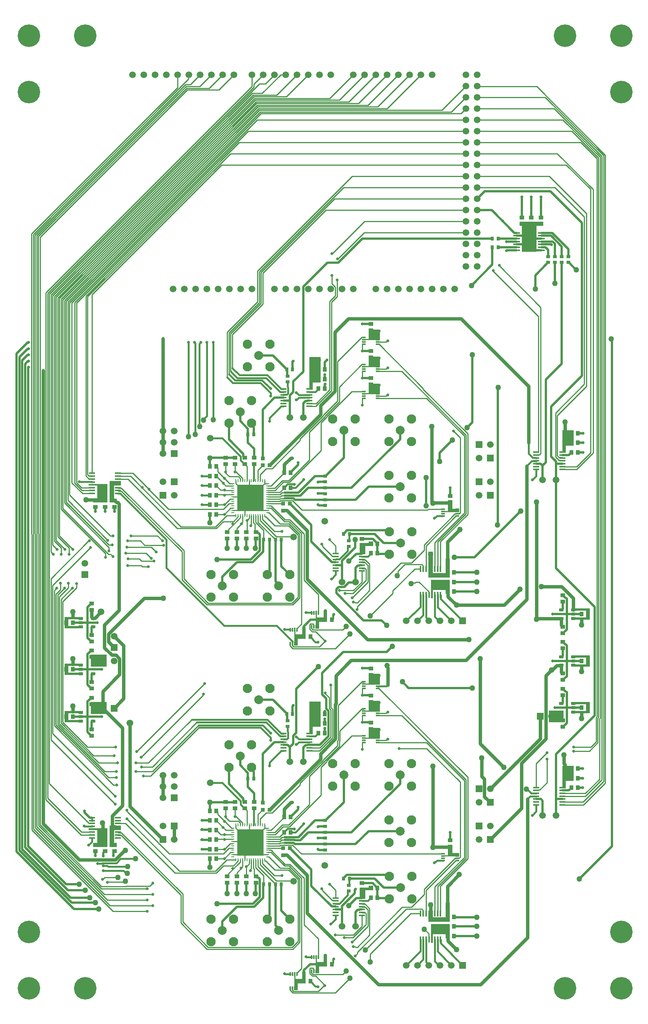
<source format=gbr>
%FSTAX23Y23*%
%MOIN*%
%SFA1B1*%

%IPPOS*%
%AMD26*
4,1,8,0.019700,-0.009800,0.019700,0.009800,0.017700,0.011800,-0.017700,0.011800,-0.019700,0.009800,-0.019700,-0.009800,-0.017700,-0.011800,0.017700,-0.011800,0.019700,-0.009800,0.0*
1,1,0.004016,0.017700,-0.009800*
1,1,0.004016,0.017700,0.009800*
1,1,0.004016,-0.017700,0.009800*
1,1,0.004016,-0.017700,-0.009800*
%
%ADD11C,0.010000*%
%ADD13C,0.020000*%
%ADD17O,0.029528X0.009842*%
%ADD18O,0.009842X0.029528*%
%ADD19R,0.233858X0.233858*%
%ADD20R,0.041339X0.037402*%
%ADD21R,0.037402X0.031496*%
%ADD22R,0.031496X0.037402*%
%ADD23R,0.058071X0.017716*%
%ADD24R,0.037402X0.041339*%
%ADD25R,0.033465X0.011811*%
G04~CAMADD=26~8~0.0~0.0~236.2~393.7~20.1~0.0~15~0.0~0.0~0.0~0.0~0~0.0~0.0~0.0~0.0~0~0.0~0.0~0.0~270.0~394.0~236.0*
%ADD26D26*%
%ADD27R,0.017716X0.058071*%
%ADD28R,0.011811X0.033465*%
%ADD29R,0.035433X0.035433*%
%ADD30R,0.035433X0.035433*%
%ADD36R,0.062992X0.013780*%
%ADD54C,0.015000*%
%ADD55C,0.030000*%
%ADD56C,0.200000*%
%ADD57C,0.059055*%
%ADD58C,0.082677*%
%ADD59R,0.059055X0.059055*%
%ADD60C,0.078740*%
%ADD61R,0.059055X0.059055*%
%ADD62C,0.025000*%
%ADD63C,0.050000*%
%LNcfd_2channel_copper_signal_top-1*%
%LPD*%
G36*
X04715Y06915D02*
X04655D01*
Y06685*
X04525*
Y06915*
X04505*
Y0695*
X04715*
Y06915*
G37*
G36*
X03265Y0593D02*
Y059D01*
X03105*
Y0591*
X03165*
Y05995*
X03265*
Y0593*
G37*
G36*
Y0569D02*
Y0566D01*
X03105*
Y0567*
X03165*
Y05755*
X03265*
Y0569*
G37*
G36*
X0274Y05525D02*
X0267D01*
Y0546*
X0264*
Y0575*
X0274*
Y05525*
G37*
G36*
X03265Y0545D02*
Y0542D01*
X03105*
Y0543*
X03165*
Y05515*
X03265*
Y0545*
G37*
G36*
X04985Y04965D02*
X04915D01*
Y049*
X04885*
Y051*
X04985*
Y04965*
G37*
G36*
X00965Y0461D02*
X00905D01*
Y04495*
X0093*
Y0446*
X00865*
Y0465*
X00965*
Y0461*
G37*
G36*
X00845Y0446D02*
X0072D01*
Y04495*
X00755*
Y0461*
X0068*
Y04625*
X00845*
Y0446*
G37*
G36*
X0391Y04405D02*
X0397D01*
Y04375*
X0381*
Y04385*
X0387*
Y0448*
X0391*
Y04405*
G37*
G36*
X03205Y04075D02*
X03135D01*
Y04*
X03085*
Y041*
X03165*
Y04115*
X03205*
Y04075*
G37*
G36*
X03735Y03835D02*
X0385D01*
Y03965*
X03885*
Y03795*
X03695*
Y04025*
X03735*
Y03835*
G37*
G36*
X03885Y0365D02*
X0385D01*
Y03685*
X03735*
Y0361*
X0372*
Y03775*
X03885*
Y0365*
G37*
G36*
X0513Y0342D02*
X04965D01*
Y0344*
X05095*
Y035*
X04965*
Y0352*
X0513*
Y0342*
G37*
G36*
X0063Y03425D02*
X005D01*
Y03365*
X0063*
Y03345*
X00465*
Y03445*
X0063*
Y03425*
G37*
G36*
X02705Y0344D02*
X02775D01*
Y034*
X02725*
Y0334*
X02695*
Y035*
X02705*
Y0344*
G37*
G36*
X02515Y0329D02*
X02585D01*
Y0325*
X02535*
Y0319*
X02505*
Y0335*
X02515*
Y0329*
G37*
G36*
X0513Y03005D02*
X04965D01*
Y03025*
X05095*
Y03085*
X04965*
Y03105*
X0513*
Y03005*
G37*
G36*
X0084D02*
X007D01*
Y0311*
X0084*
Y03005*
G37*
G36*
X0063Y0301D02*
X005D01*
Y0295*
X0063*
Y0293*
X00465*
Y0303*
X0063*
Y0301*
G37*
G36*
X03265Y02875D02*
Y02845D01*
X03105*
Y02855*
X03165*
Y0294*
X03265*
Y02875*
G37*
G36*
Y02635D02*
Y02605D01*
X03105*
Y02615*
X03165*
Y027*
X03265*
Y02635*
G37*
G36*
X0513Y0259D02*
X04965D01*
Y0261*
X05095*
Y0267*
X04965*
Y0269*
X0513*
Y0259*
G37*
G36*
X0084Y02585D02*
X007D01*
Y0269*
X0084*
Y02585*
G37*
G36*
X04895Y0251D02*
X04765D01*
Y02615*
X04895*
Y0251*
G37*
G36*
X0063Y0259D02*
X005D01*
Y0253*
X0063*
Y0251*
X00465*
Y0261*
X0063*
Y0259*
G37*
G36*
X0274Y0247D02*
X0267D01*
Y02405*
X0264*
Y02695*
X0274*
Y0247*
G37*
G36*
X03265Y02395D02*
Y02365D01*
X03105*
Y02375*
X03165*
Y0246*
X03265*
Y02395*
G37*
G36*
X04985Y0199D02*
X04915D01*
Y01925*
X04885*
Y02125*
X04985*
Y0199*
G37*
G36*
X00965Y01555D02*
X00905D01*
Y0144*
X0093*
Y01405*
X00865*
Y01595*
X00965*
Y01555*
G37*
G36*
X00845Y01405D02*
X0072D01*
Y0144*
X00755*
Y01555*
X0068*
Y0157*
X00845*
Y01405*
G37*
G36*
X0391Y0135D02*
X0397D01*
Y0132*
X0381*
Y0133*
X0387*
Y01425*
X0391*
Y0135*
G37*
G36*
X03205Y0102D02*
X03135D01*
Y00945*
X03085*
Y01045*
X03165*
Y0106*
X03205*
Y0102*
G37*
G36*
X03885Y0074D02*
X03695D01*
Y0084*
X03735*
Y0078*
X0385*
Y0091*
X03885*
Y0074*
G37*
G36*
Y00595D02*
X0385D01*
Y0063*
X03735*
Y00555*
X0372*
Y0072*
X03885*
Y00595*
G37*
G36*
X02705Y00385D02*
X02775D01*
Y00345*
X02725*
Y00285*
X02695*
Y00445*
X02705*
Y00385*
G37*
G36*
X02515Y00235D02*
X02585D01*
Y00195*
X02535*
Y00135*
X02505*
Y00295*
X02515*
Y00235*
G37*
G54D11*
X0129Y04165D02*
X01335Y0412D01*
X01055Y04165D02*
X0129D01*
X03681Y02278D02*
X0398Y0198D01*
X03436Y02278D02*
X03681D01*
X03679Y0233D02*
X04015Y01995D01*
X0403Y01305D02*
Y02001D01*
X03247Y0257D02*
X0346D01*
X04015Y01311D02*
Y01995D01*
X0346Y0257D02*
X0403Y02001D01*
X03247Y0233D02*
X03679D01*
X0342Y0381D02*
X03427Y03817D01*
Y03849*
X03487Y03909*
X03381Y03655D02*
Y03676D01*
X0318Y03453D02*
X03381Y03655D01*
X04825Y05255D02*
X0508Y0551D01*
Y06995*
X04825Y04864D02*
Y05255D01*
X04985Y0229D02*
X05138D01*
X04985Y02255D02*
X05125D01*
X052Y0233*
X05185Y02336D02*
Y02554D01*
X05138Y0229D02*
X05185Y02336D01*
X052Y0233D02*
Y02548D01*
X05252Y03907D02*
X05252Y03907D01*
X05207Y06971D02*
D01*
X0497Y07755D02*
X05207Y07517D01*
X05267Y01972D02*
Y04473D01*
X05215Y02542D02*
X05222Y02549D01*
X04891Y07855D02*
X05222Y07524D01*
Y03555D02*
X05222Y03555D01*
X05222Y06972D02*
D01*
X05252Y01987D02*
Y03907D01*
X0509Y0188D02*
X05215Y02005D01*
X05192Y06969D02*
Y07511D01*
X05267Y04473D02*
Y07542D01*
X05215Y02005D02*
Y02542D01*
X05207Y06971D02*
Y07517D01*
X05237Y02002D02*
Y03561D01*
X05185Y02554D02*
X05192Y02562D01*
X05267Y04473D02*
X05267Y04473D01*
X05192Y03542D02*
Y06969D01*
X05048Y07655D02*
X05192Y07511D01*
X0509Y01855D02*
X05237Y02002D01*
X05207Y03548D02*
X05207Y03548D01*
X05192Y06969D02*
D01*
X05207Y03548D02*
Y06971D01*
X05192Y03542D02*
X05192Y03542D01*
X05237Y03561D02*
X05237Y03561D01*
X052Y02548D02*
X05207Y02555D01*
X05073Y01778D02*
X05267Y01972D01*
X05222Y06972D02*
Y07524D01*
Y03555D02*
Y06972D01*
X05068Y01803D02*
X05252Y01987D01*
X05252Y03907D02*
Y07536D01*
X05222Y02549D02*
Y03555D01*
X05192Y02562D02*
Y03542D01*
X05207Y02555D02*
Y03548D01*
X05237Y03561D02*
Y06971D01*
Y0753D01*
Y06971D02*
D01*
X05135Y049D02*
Y0724D01*
X04885Y04753D02*
X05013D01*
X0516Y049D02*
Y07236D01*
X05013Y04778D02*
X05135Y049D01*
X05013Y04753D02*
X0516Y049D01*
X04841Y07555D02*
X0516Y07236D01*
X04885Y04778D02*
X05013D01*
X0492Y07455D02*
X05135Y0724D01*
X0466Y0815D02*
X05267Y07542D01*
X04733Y08055D02*
X05252Y07536D01*
X04654Y01906D02*
X04658Y0191D01*
X04684D02*
X0475Y01975D01*
Y02185*
X04658Y0191D02*
X04684D01*
X02489Y04477D02*
X02489D01*
X03694Y04399D02*
X03827D01*
X03689Y04395D02*
X03694Y04399D01*
X02572Y04395D02*
X03689D01*
X02489Y04477D02*
X02572Y04395D01*
X03258Y05864D02*
X03651Y05471D01*
Y05463D02*
X04045Y0507D01*
X03651Y05463D02*
Y05471D01*
X03247Y05865D02*
X03247Y05864D01*
X03258*
X04045Y04354D02*
Y0507D01*
X0346Y05625D02*
X0403Y05056D01*
X03247Y05385D02*
X03679D01*
X04015Y0505*
Y04366D02*
Y0505D01*
X0403Y0436D02*
Y05056D01*
X03247Y05625D02*
X0346D01*
X04272Y06512D02*
X04673Y06111D01*
Y0491D02*
Y06111D01*
X0284Y064D02*
X02869Y06371D01*
X0284Y064D02*
Y06475D01*
X02835Y0666D02*
X0313Y06955D01*
X0403*
X02869Y06294D02*
Y06371D01*
X03125Y06855D02*
X0403D01*
X02895Y06625D02*
X03125Y06855D01*
X02885Y06288D02*
Y06435D01*
X04325Y0656D02*
Y06565D01*
Y0656D02*
X04693Y06191D01*
X0482Y07255D02*
X0508Y06995D01*
X0484Y0523D02*
X051Y0549D01*
Y07025*
X0477Y07355D02*
X051Y07025D01*
X04654Y04881D02*
X04658Y04885D01*
X04684*
X04693Y04893*
X04654Y04906D02*
X04669D01*
X04673Y0491*
X04693Y06191D02*
Y04893D01*
X0413Y07255D02*
X0482D01*
X0413Y07355D02*
X0477D01*
X0484Y04874D02*
Y0523D01*
X04881Y04859D02*
X04885Y04855D01*
X04881Y04833D02*
X04885Y0483D01*
X0484Y04874D02*
X04855Y04859D01*
X04825Y04864D02*
X04855Y04833D01*
X04881*
X04855Y04859D02*
X04881D01*
X04885Y0188D02*
X0509D01*
X04885Y01855D02*
X0509D01*
X04885Y01803D02*
X05068D01*
X04885Y01778D02*
X05073D01*
X03016Y05444D02*
X03122D01*
X02905Y05353D02*
Y05484D01*
X02793Y05221D02*
X03016Y05444D01*
X02793Y05217D02*
Y05221D01*
X02742Y05166D02*
X02793Y05217D01*
X02905Y05484D02*
X03104Y05683D01*
X02778Y05227D02*
X02905Y05353D01*
X0289Y0536D02*
Y05709D01*
X03104Y05923*
X02763Y05233D02*
X0289Y0536D01*
X02835Y06238D02*
X02885Y06288D01*
X02835Y05453D02*
Y06238D01*
X02695Y05313D02*
X02835Y05453D01*
X0282Y05459D02*
Y06245D01*
X0264Y05338D02*
X02699D01*
X0282Y05459*
Y06245D02*
X02869Y06294D01*
X01827Y04735D02*
X01886Y04675D01*
X01934Y04627*
X0413Y07455D02*
X0492D01*
X0413Y07555D02*
X04841D01*
X0413Y07655D02*
X05048D01*
X0413Y07755D02*
X0497D01*
X0413Y07855D02*
X04891D01*
X0413Y07955D02*
X04812D01*
X0413Y08055D02*
X04733D01*
X0413Y08155D02*
X04135Y0815D01*
X0466*
X04812Y07955D02*
X05237Y0753D01*
X02225Y06495D02*
X02785Y07055D01*
X02225Y06222D02*
Y06495D01*
X01955Y05952D02*
X02225Y06222D01*
X0221Y06228D02*
Y06501D01*
X02863Y07155D02*
X0403D01*
X02195Y06234D02*
Y06507D01*
X0221Y06501D02*
X02863Y07155D01*
X0218Y06513D02*
X03021Y07355D01*
X02942Y07255D02*
X0403D01*
X02785Y07055D02*
X0403D01*
X03021Y07355D02*
X0403D01*
X0218Y06241D02*
Y06513D01*
X02195Y06507D02*
X02942Y07255D01*
X01955Y05657D02*
Y05952D01*
X01925Y05964D02*
X02195Y06234D01*
X0194Y05958D02*
X0221Y06228D01*
X0191Y05971D02*
X0218Y06241D01*
X0194Y05627D02*
Y05958D01*
X0191Y0557D02*
Y05971D01*
X01925Y05601D02*
Y05964D01*
X0067Y06286D02*
X01938Y07555D01*
X0403*
X00655Y06292D02*
X02017Y07655D01*
X0403*
X00572Y06231D02*
X02096Y07755D01*
X0403*
X02175Y07855D02*
X0403D01*
X00555Y06234D02*
X02175Y07855D01*
X03985Y0791D02*
X0403Y07955D01*
X0053Y06231D02*
X02208Y0791D01*
X03985*
X0051Y06232D02*
X02202Y07925D01*
X039D02*
X0403Y08055D01*
X02202Y07925D02*
X039D01*
X00495Y06238D02*
X02196Y0794D01*
X03815D02*
X0403Y08155D01*
X02196Y0794D02*
X03815D01*
X00465Y0625D02*
X02184Y0797D01*
X00435Y06263D02*
X02171Y08D01*
X0048Y06244D02*
X0219Y07955D01*
X0039Y06281D02*
X02153Y08045D01*
X00375Y06288D02*
X02146Y0806D01*
X0222Y0809D02*
X02385Y08254D01*
X0282Y08045D02*
X0303Y08255D01*
X0045Y06257D02*
X02177Y07985D01*
X00405Y06275D02*
X02159Y0803D01*
X02165Y08015D02*
X0299D01*
X02171Y08D02*
X03075D01*
X02159Y0803D02*
X02905D01*
X02435Y0806D02*
X0263Y08255D01*
X03075Y08D02*
X0333Y08255D01*
X0036Y06294D02*
X0214Y08075D01*
X0235D02*
X0253Y08255D01*
X0316Y07985D02*
X0343Y08255D01*
X02177Y07985D02*
X0316D01*
X0214Y08075D02*
X0235D01*
X02146Y0806D02*
X02435D01*
X0042Y06269D02*
X02165Y08015D01*
X0333Y07955D02*
X0363Y08255D01*
X0299Y08015D02*
X0323Y08255D01*
X0219Y07955D02*
X0333D01*
X02905Y0803D02*
X0313Y08255D01*
X02134Y0809D02*
X0222D01*
X00345Y063D02*
X02134Y0809D01*
X02184Y0797D02*
X03245D01*
X0353Y08255*
X02153Y08045D02*
X0282D01*
X0033Y05652D02*
Y06306D01*
X00572Y04635D02*
Y06231D01*
X0033Y06306D02*
X02197Y08173D01*
X00465Y04456D02*
Y0625D01*
X0053Y04635D02*
Y06231D01*
X00405Y04432D02*
Y06275D01*
X0051Y04528D02*
Y06232D01*
X0067Y04706D02*
Y06286D01*
X0048Y04463D02*
Y06244D01*
X00555Y04631D02*
Y06234D01*
X00299Y06284D02*
Y06319D01*
X00315Y05646D02*
Y06313D01*
X00495Y0448D02*
Y06238D01*
X00345Y05658D02*
Y063D01*
X0045Y0445D02*
Y06257D01*
X00375Y05671D02*
Y06288D01*
X00709Y04719D02*
Y06304D01*
X00435Y04444D02*
Y06263D01*
X0186Y07455D02*
X04029D01*
X02197Y08173D02*
X02248D01*
X0042Y04438D02*
Y06269D01*
X00655Y04696D02*
Y06292D01*
X0039Y05677D02*
Y06281D01*
X02145Y08143D02*
Y0817D01*
X00299Y06319D02*
X0213Y08149D01*
X00709Y06304D02*
X0186Y07455D01*
X0036Y05665D02*
Y06294D01*
X00315Y06313D02*
X02145Y08143D01*
X0213Y08149D02*
Y08255D01*
X00655Y04696D02*
X00679Y04672D01*
X02145Y0817D02*
X0223Y08255D01*
X0062Y04566D02*
X00709D01*
X00555Y04631D02*
X00557Y04629D01*
Y04629D02*
Y04629D01*
X0061Y04576D02*
D01*
X0062Y04566*
X00557Y04629D02*
X0061Y04576D01*
X00705Y01617D02*
X00709Y01613D01*
X00315Y01838D02*
Y05646D01*
X00679Y01617D02*
X00705D01*
X0033Y01966D02*
X00679Y01617D01*
X00315Y01838D02*
X00616Y01536D01*
X00709*
X0033Y05652D02*
D01*
X00405Y04158D02*
X00505Y04058D01*
X00345Y0402D02*
Y05658D01*
X00315Y05646D02*
D01*
X0036Y04085D02*
Y05665D01*
X0033Y01966D02*
Y05652D01*
X0039Y05677D02*
D01*
X00345Y05658D02*
D01*
X00375Y04118D02*
Y05671D01*
X0039Y04125D02*
Y05677D01*
X00375Y05671D02*
Y05671D01*
X00505Y04D02*
Y04058D01*
X0036Y05665D02*
D01*
X00405Y04158D02*
Y04432D01*
X0042Y04165D02*
Y04438D01*
X00375Y04118D02*
X00435Y04058D01*
X00405Y04432D02*
D01*
X00435Y04D02*
Y04058D01*
X0042Y04438D02*
Y04438D01*
X04029Y07455D02*
X0403D01*
X00189Y06838D02*
X0145Y08099D01*
X00234Y0682D02*
X01549Y08135D01*
X0019Y01565D02*
X0087Y00885D01*
X00189Y06838D02*
X0019Y01565D01*
X00219Y06826D02*
X0022Y01585D01*
X00174Y06844D02*
X00175Y01555D01*
X00234Y0682D02*
X00235Y01593D01*
X00793Y01035*
X00205Y01575D02*
X00845Y00935D01*
X00175Y01555D02*
X00895Y00835D01*
X00204Y06832D02*
X00205Y01575D01*
X00174Y06844D02*
X0144Y0811D01*
X0022Y01585D02*
X0082Y00985D01*
X00204Y06832D02*
X01461Y08088D01*
X00219Y06826D02*
X01471Y08078D01*
X01549Y08135D02*
X0175D01*
X0025Y01599D02*
Y06813D01*
Y01599D02*
X00794Y01055D01*
X0025Y06813D02*
X01556Y0812D01*
X01925Y05601D02*
X01927Y05599D01*
X0194Y05627D02*
X01942Y05625D01*
X01955Y05657D02*
X01957Y05655D01*
X00679Y04672D02*
X00705D01*
X00709Y04668*
X02248Y08173D02*
X0233Y08255D01*
X02385Y08254D02*
X02429D01*
X0243Y08255*
X00613Y01511D02*
X00709D01*
X003Y01825D02*
X00613Y01511D01*
X00299Y06284D02*
X003Y01825D01*
X0145Y08099D02*
X01567Y08216D01*
Y08252D02*
X0157Y08255D01*
X01567Y08216D02*
Y08252D01*
X01835Y0812D02*
X0197Y08255D01*
X01556Y0812D02*
X01835D01*
X0175Y08135D02*
X0187Y08255D01*
X01539Y08167D02*
X01582D01*
X0167Y08255*
X01667Y08152D02*
X0177Y08255D01*
X01461Y08088D02*
X01539Y08167D01*
X01471Y08078D02*
X01545Y08152D01*
X01667*
X0147Y0814D02*
Y08255D01*
X0144Y0811D02*
X0147Y0814D01*
X012Y00835D02*
X012Y00835D01*
X00895Y00835D02*
X012D01*
X0087Y00885D02*
X0125D01*
X00858Y04085D02*
X0089D01*
X0048Y04463D02*
X00858Y04085D01*
X00435Y04401D02*
X0083Y04006D01*
X00435Y04401D02*
Y04444D01*
Y04444D02*
Y04444D01*
X0053Y04635D02*
X00625Y0454D01*
X00616Y04591D02*
X00709D01*
X00572Y04635D02*
X00616Y04591D01*
X0045Y04408D02*
Y0445D01*
D01*
X00465Y04456D02*
X00851Y0407D01*
X00625Y0454D02*
X00709D01*
X00679Y04697D02*
X00705D01*
X00709Y04693*
X0067Y04706D02*
X00679Y04697D01*
X01813Y01638D02*
X01898Y01553D01*
X01827Y01695D02*
X01949Y01572D01*
X00851Y0407D02*
X0086Y04061D01*
X00851Y0407D02*
X00851D01*
X0083Y03975D02*
Y04006D01*
X0198Y0474D02*
X02046Y04673D01*
X0198Y0474D02*
Y04801D01*
X01697Y02757D02*
X017Y0276D01*
X01145Y022D02*
X01697Y02752D01*
Y02757*
X02907Y0368D02*
X0303D01*
X03066Y03538D02*
X03453Y03924D01*
X03063Y0351D02*
X03066Y03513D01*
Y03538*
X0278Y02765D02*
X02815Y0273D01*
Y02635D02*
Y0273D01*
X0278Y02765D02*
Y0277D01*
X0264Y02283D02*
X02734D01*
X0264Y02258D02*
X0273D01*
X02815Y02635D02*
X0283Y0262D01*
Y02379D02*
Y0262D01*
X02734Y02283D02*
X0283Y02379D01*
X0273Y02258D02*
X02845Y02373D01*
X0291Y02346D02*
Y02434D01*
X0283Y02642D02*
X02845Y02626D01*
X0283Y02642D02*
Y0284D01*
X02905Y02298D02*
Y0234D01*
X02845Y02373D02*
Y02626D01*
X0291Y02434D02*
X03104Y02628D01*
X0289Y02305D02*
Y02347D01*
X02905Y0234D02*
X0291Y02346D01*
X02895Y02659D02*
X03104Y02868D01*
X0289Y02347D02*
X02895Y02352D01*
Y02659*
X03122Y02628D02*
X03122Y02629D01*
X03104Y02628D02*
X03122D01*
X00793Y01035D02*
X012D01*
X00794Y01055D02*
X0101D01*
X0036Y0241D02*
Y03725D01*
Y0241D02*
X00915Y01855D01*
X00345Y02355D02*
X00915Y01785D01*
X00345Y02355D02*
Y03785D01*
X00673Y04113*
X0036Y03725D02*
X00695Y0406D01*
X01897Y04722D02*
X0193Y0469D01*
X01895Y04725D02*
X01897Y04723D01*
Y04722D02*
Y04723D01*
X01895Y04725D02*
Y04801D01*
Y04725D02*
X01895D01*
X01934Y04627D02*
X01959D01*
X01813Y0478D02*
X01827Y04766D01*
Y04735D02*
Y04766D01*
X0193Y0469D02*
X02008D01*
X02124Y04259D02*
Y04344D01*
X02124Y04344*
X0212Y04255D02*
X02124Y04259D01*
X02164Y04283D02*
X02234Y04213D01*
X02155Y04206D02*
Y04269D01*
X02144Y04279D02*
X02155Y04269D01*
Y04206D02*
X02163Y04198D01*
X02164Y04283D02*
Y04344D01*
X02234Y0413D02*
Y04213D01*
X02144Y04279D02*
Y04344D01*
X02183Y04285D02*
X02325Y04143D01*
X02339Y0413D02*
Y04132D01*
X02328Y04143D02*
X02339Y04132D01*
X02325Y04143D02*
X02328D01*
X02183Y04285D02*
Y04344D01*
X0045Y04408D02*
X00856Y04001D01*
X00873*
X0082Y00985D02*
X0125D01*
X00845Y00935D02*
X012D01*
X0101Y01055D02*
X01012Y01057D01*
X01Y01095D02*
X01005Y011D01*
X0085Y01095D02*
X01D01*
X00845Y0109D02*
X0085Y01095D01*
X01012Y01057D02*
X01222D01*
X0125Y01085*
X02034Y01214D02*
Y01217D01*
X01995Y01175D02*
X02034Y01214D01*
X0215Y01156D02*
X02163Y01143D01*
X0215Y01156D02*
Y01212D01*
X02144Y01217D02*
X0215Y01212D01*
X02115Y01195D02*
Y01205D01*
X02144Y01217D02*
Y01289D01*
X02124Y01215D02*
Y01289D01*
X02115Y01205D02*
X02124Y01215D01*
X02164Y01219D02*
X02234Y01149D01*
Y01075D02*
Y01149D01*
X02164Y01219D02*
Y01289D01*
X02183Y0123D02*
Y01289D01*
X02339Y01075D02*
Y01077D01*
X02325Y01088D02*
X02328D01*
X02339Y01077*
X02183Y0123D02*
X02325Y01088D01*
X0208Y01143D02*
Y0123D01*
X02105Y01255D02*
Y01289D01*
X0208Y0123D02*
X02105Y01255D01*
X00802Y01117D02*
X00806D01*
X00824Y01135D02*
X0094D01*
X00806Y01117D02*
X00824Y01135D01*
X0094Y01511D02*
X00944Y01507D01*
X015Y0073D02*
Y00978D01*
X0097Y01532D02*
X01515Y00988D01*
Y0074D02*
Y00988D01*
X0097Y01507D02*
X015Y00978D01*
X0094Y01536D02*
X00944Y01532D01*
X0097*
X00944Y01507D02*
X0097D01*
X01006Y01613D02*
X01445Y01175D01*
X01813*
X0094Y01613D02*
X01006D01*
X0102Y01655D02*
X01485Y0119D01*
X01806*
X01306Y0143D02*
X01309D01*
X01395Y01345D02*
X01876D01*
X0102Y0173D02*
X01022Y01727D01*
Y01717D02*
Y01727D01*
X013Y01436D02*
X01306Y0143D01*
X013Y01436D02*
Y01439D01*
X01309Y0143D02*
X01395Y01345D01*
X01022Y01717D02*
X013Y01439D01*
X01818Y01474D02*
X01959D01*
X0198Y01685D02*
X02046Y01618D01*
X01818Y04529D02*
X01959D01*
X01895Y0167D02*
X01895D01*
X01895D02*
Y01746D01*
X01924Y01169D02*
X02005Y0125D01*
X01924Y04224D02*
X02005Y04305D01*
X01052Y04693D02*
X01501Y04245D01*
X0092Y04719D02*
X01073D01*
X02065Y01289D02*
Y01395D01*
X01959Y01454D02*
X02105D01*
Y016*
X02065Y04344D02*
Y0445D01*
X01959Y04509D02*
X02105D01*
Y04655*
X01813Y01553D02*
X01852Y01514D01*
X01884D02*
X01885Y01515D01*
X01852Y01514D02*
X01884D01*
X01959Y01513D02*
X01959Y01513D01*
X01886Y01513D02*
X01959D01*
X01885Y01515D02*
X01886Y01513D01*
X01813Y04608D02*
X01852Y04569D01*
X01884*
X01885Y0457*
X01959Y04568D02*
X01959Y04568D01*
X01886Y04568D02*
X01959D01*
X01885Y0457D02*
X01886Y04568D01*
X01896Y04608D02*
X01959D01*
X01813Y04693D02*
X01875Y04631D01*
X01813Y04693D02*
Y04695D01*
X01875Y0463D02*
X01896Y04608D01*
X01875Y0463D02*
Y04631D01*
X02085Y04203D02*
Y043D01*
X02105Y0432D02*
Y04344D01*
X02085Y043D02*
X02105Y0432D01*
X0208Y04198D02*
X02085Y04203D01*
X00345Y0402D02*
X00365Y04D01*
X0039Y04125D02*
X0047Y04045D01*
X0042Y04165D02*
X0054Y04045D01*
X0036Y04085D02*
X004Y04045D01*
X0045Y0358D02*
X00573Y03703D01*
X0045Y0251D02*
Y0358D01*
X00573Y03703D02*
Y03742D01*
X00533Y037D02*
X00535D01*
X00435Y03601D02*
X00533Y037D01*
X0042Y03623D02*
X005Y03703D01*
Y03745*
X00405Y0364D02*
X00465Y037D01*
X0042Y02498D02*
Y03623D01*
X00405Y02492D02*
Y0364D01*
X0039Y03647D02*
X0043Y03687D01*
Y03745*
X0039Y02486D02*
Y03647D01*
X00375Y0368D02*
X00395Y037D01*
X00375Y02479D02*
Y0368D01*
X00435Y02504D02*
Y03601D01*
X00375Y02479D02*
X00899Y01955D01*
X0039Y02486D02*
X00856Y0202D01*
X00925*
X00899Y01955D02*
X0093D01*
X00405Y02492D02*
X00822Y02075D01*
X00925*
X0042Y02498D02*
X00768Y0215D01*
X00935*
X00435Y02504D02*
X00724Y02215D01*
X00905*
X0045Y0251D02*
X0067Y0229D01*
X0092*
X00673Y04113D02*
X0068Y0412D01*
X00685*
X00673Y04113D02*
X00673D01*
X01165Y02035D02*
X0123D01*
X0166Y02465*
X011Y02075D02*
X01245D01*
X01655Y02485*
X0115Y02115D02*
X01245D01*
X0164Y0251*
X011Y0215D02*
X0121D01*
X01595Y02535*
X01105Y0225D02*
X0171Y02855D01*
X00495Y0448D02*
X0085Y04125D01*
X0051Y04528D02*
X00873Y04165D01*
X0086Y0403D02*
Y04061D01*
X00873Y04165D02*
X00895D01*
X00873Y04001D02*
X00895Y0398D01*
X01025Y039D02*
X01145D01*
X01155Y0389*
X0103Y0396D02*
X0113D01*
X0115Y0394*
X0119Y0401D02*
X01235Y03964D01*
X0101Y0401D02*
X0119D01*
X0102Y04065D02*
X01235D01*
X0128Y04019*
X01139Y0412D02*
X01177Y04082D01*
X01025Y0412D02*
X01139D01*
X01177Y04082D02*
X01345D01*
X04654Y02144D02*
X0475Y0224D01*
X04654Y01931D02*
Y02144D01*
X0264Y05313D02*
X02695D01*
X01501Y04245D02*
X01806D01*
X0094Y04693D02*
X01052D01*
X01029Y04668D02*
X01467Y0423D01*
X0094Y04668D02*
X01029D01*
X01467Y0423D02*
X01813D01*
X01073Y04719D02*
X01216Y04576D01*
Y04575D02*
Y04576D01*
Y04575D02*
X01391Y044D01*
X01876*
X0097Y04587D02*
X01525Y04033D01*
X0151Y03775D02*
Y04023D01*
X0094Y04591D02*
X00944Y04587D01*
X01525Y03785D02*
Y04033D01*
X00944Y04587D02*
X0097D01*
X0097Y04562D02*
X0151Y04023D01*
X03698Y00588D02*
Y00636D01*
X0366Y00675D02*
X03698Y00636D01*
Y00588D02*
X03702Y00584D01*
X03539Y00815D02*
X03625D01*
X0305Y00515D02*
X03065D01*
X0318Y00455D02*
X03539Y00815D01*
X0318Y00385D02*
Y00455D01*
X03065Y00458D02*
Y0047D01*
X03046Y00439D02*
X03065Y00458D01*
X03046Y00438D02*
Y00439D01*
X03046Y00519D02*
X0305Y00515D01*
X0303Y00519D02*
X03046D01*
X03028Y00521D02*
X0303Y00519D01*
X03065Y0047D02*
X03464Y00869D01*
X03753Y00815D02*
Y0105D01*
X04015Y01311*
X03676Y00815D02*
Y0102D01*
X03941Y01285*
X0302Y0056D02*
X03159Y00699D01*
X03065Y00515D02*
X03174Y00624D01*
X0287Y00625D02*
X0303D01*
X0303Y03574D02*
X03046D01*
X03028Y03576D02*
X0303Y03574D01*
X03046D02*
X0305Y0357D01*
X02957Y03655D02*
X03027D01*
X03579Y03748D02*
X03586Y03755D01*
X03547Y03748D02*
X03579D01*
X03542Y03742D02*
X03547Y03748D01*
X0305Y0357D02*
X03065D01*
X03453Y03924D02*
X03547D01*
X03065Y0357D02*
X03174Y03679D01*
Y03913*
X03575Y0387D02*
X03625D01*
X03381Y03676D02*
X03575Y0387D01*
X0366Y04037D02*
Y04085D01*
X03547Y03924D02*
X0366Y04037D01*
X03675Y04074D02*
X03941Y0434D01*
X0366Y04085D02*
X03934Y04359D01*
X03675Y03955D02*
Y04074D01*
X03753Y04105D02*
X04015Y04366D01*
X03753Y0387D02*
Y04105D01*
X03675Y03955D02*
X03676Y03953D01*
Y0387D02*
Y03953D01*
X03487Y03909D02*
X03638D01*
X03586Y03755D02*
X03612D01*
X0302Y03615D02*
X03159Y03754D01*
X02494Y03165D02*
X0287D01*
X025Y0318D02*
X0273D01*
X0287Y03165D02*
X03Y03295D01*
X0273Y0318D02*
X0278Y0323D01*
X02644Y0028D02*
Y00323D01*
X0265Y00329D02*
X0267D01*
X02644Y00323D02*
X0265Y00329D01*
Y03384D02*
X0267D01*
X02644Y03335D02*
Y03378D01*
X0265Y03384*
X01731Y03553D02*
X02492D01*
X01741Y03568D02*
X02486D01*
X01525Y03785D02*
X01741Y03568D01*
X0151Y03775D02*
X01731Y03553D01*
X0094Y04566D02*
X00944Y04562D01*
X0097*
X02695Y03315D02*
X0278Y0323D01*
X02644Y03335D02*
X02665Y03315D01*
X0267Y03384D02*
X02679Y03375D01*
X02665Y03315D02*
X02695D01*
X02671Y0333D02*
X02935D01*
X02965Y0336*
X02661Y03339D02*
X02671Y0333D01*
X03934Y04359D02*
X03951D01*
X03952Y0436*
X02763Y00168D02*
X02772Y00176D01*
X0272Y00125D02*
X02763Y00168D01*
X025Y00125D02*
X0272D01*
X02772Y00176D02*
Y00182D01*
X02763Y00168D02*
X02763D01*
X02644Y0028D02*
X02665Y0026D01*
X0267Y00329D02*
X02679Y0032D01*
X02665Y0026D02*
X02695D01*
X02772Y00182*
X03464Y00869D02*
X03547D01*
X03661Y00984*
Y01031*
X03934Y01304*
X03951*
X03952Y01305*
X03499Y00854D02*
X03638D01*
X03135Y0049D02*
X03499Y00854D01*
X02679Y00303D02*
Y0032D01*
Y00303D02*
X0268Y00302D01*
X02491Y00134D02*
Y00152D01*
Y00134D02*
X025Y00125D01*
X02471Y00133D02*
X02494Y0011D01*
X0249Y00152D02*
X02491Y00152D01*
X0287Y0011D02*
X03Y0024D01*
X02471Y00133D02*
Y00152D01*
X02494Y0011D02*
X0287D01*
X02679Y03358D02*
Y03375D01*
Y03358D02*
X0268Y03357D01*
X02491Y03189D02*
Y03207D01*
X0249Y03207D02*
X02491Y03207D01*
Y03189D02*
X025Y0318D01*
X02471Y03188D02*
X02494Y03165D01*
X02471Y03188D02*
Y03207D01*
X015Y0073D02*
X01731Y00498D01*
X01515Y0074D02*
X01741Y00513D01*
X02486*
X01155Y0389D02*
X0121D01*
X0115Y0394D02*
X0126D01*
X02416Y01668D02*
Y0167D01*
Y01533D02*
Y01535D01*
X02065Y01746D02*
X02066D01*
X03109Y00896D02*
X03135D01*
X03105Y009D02*
X03109Y00896D01*
X03174Y00624D02*
Y00858D01*
X03135Y00896D02*
X03174Y00858D01*
X03109Y00871D02*
X03135D01*
X03105Y00875D02*
X03109Y00871D01*
X03159Y00699D02*
Y00847D01*
X03135Y00871D02*
X03159Y00847D01*
X03109Y00819D02*
X03135D01*
X03105Y00823D02*
X03109Y00819D01*
X03144Y00717D02*
Y00811D01*
X03027Y006D02*
X03144Y00717D01*
X03135Y00819D02*
X03144Y00811D01*
X0295Y006D02*
X03027D01*
X03105Y00699D02*
Y00798D01*
X0303Y00625D02*
X03105Y00699D01*
X02757Y01016D02*
Y01027D01*
X0287Y0093D02*
X02874Y00926D01*
X02844Y0093D02*
X0287D01*
X0275Y01035D02*
X02757Y01027D01*
Y01016D02*
X02844Y0093D01*
X02874Y00951D02*
Y0102D01*
X0282Y01075D02*
X02874Y0102D01*
X03112Y0257D02*
X03122D01*
X03111Y02569D02*
X03112Y0257D01*
X03111Y02511D02*
Y02569D01*
X0311Y0251D02*
X03111Y02511D01*
X03778Y01054D02*
X0403Y01305D01*
X03778Y00815D02*
Y01054D01*
X03112Y0233D02*
X03122D01*
X03111Y02329D02*
X03112Y0233D01*
X03111Y02271D02*
Y02329D01*
X0311Y0227D02*
X03111Y02271D01*
X03647Y00819D02*
Y00845D01*
Y00819D02*
X03651Y00815D01*
X03638Y00854D02*
X03647Y00845D01*
X0266Y00302D02*
X02661Y00302D01*
Y00284D02*
Y00302D01*
X02935Y00275D02*
X02965Y00305D01*
X02661Y00284D02*
X02671Y00275D01*
X02935*
X0247Y00152D02*
X02471Y00152D01*
X03804Y01058D02*
X04045Y01299D01*
Y02023*
X03804Y00815D02*
Y01058D01*
X03247Y0281D02*
X03257D01*
X04045Y02023*
X03112Y0281D02*
X03122D01*
X03111Y02809D02*
X03112Y0281D01*
X03111Y02751D02*
Y02809D01*
X0311Y0275D02*
X03111Y02751D01*
X03941Y01285D02*
X03952D01*
X0398Y01315D02*
Y0198D01*
X0397Y01306D02*
X0398Y01315D01*
X03952Y01306D02*
X0397D01*
X03952Y01305D02*
X03952Y01306D01*
X0333Y0236D02*
X03335D01*
X0333Y026D02*
X03335D01*
X03321Y0259D02*
X0333Y026D01*
X03321Y0235D02*
X0333Y0236D01*
X03247Y0259D02*
X03321D01*
X03247Y0235D02*
X03321D01*
X02115Y01445D02*
X02158Y01488D01*
X02071D02*
X02105Y01454D01*
X02158Y01401D02*
X02201Y01358D01*
X02115Y01445D02*
X02158Y01401D01*
X02071D02*
X02115Y01445D01*
X02065Y01395D02*
X02071Y01401D01*
X02028Y01358D02*
X02065Y01395D01*
X02252Y01279D02*
X02332Y012D01*
X02455*
X02242Y01279D02*
X02243Y01279D01*
X02252*
X02539Y00566D02*
Y01116D01*
X02486Y00513D02*
X02539Y00566D01*
X02455Y012D02*
X02539Y01116D01*
X02242Y01279D02*
Y01289D01*
X02496Y01103D02*
X025Y011D01*
X02346Y01103D02*
X02496D01*
X02203Y01246D02*
Y01289D01*
Y01246D02*
X02346Y01103D01*
X02183Y01289D02*
X02183Y01289D01*
X02046Y0123D02*
Y01289D01*
X02035Y01219D02*
X02046Y0123D01*
X01995Y01143D02*
Y01175D01*
X02026Y01271D02*
Y01289D01*
X02005Y0125D02*
X02026Y01271D01*
X01924Y01157D02*
Y01169D01*
X0191Y01143D02*
X0191D01*
X01924Y01157*
X02001Y01275D02*
X02006Y01279D01*
Y01289*
X01966Y01237D02*
X02001Y01273D01*
Y01275*
X01875Y01237D02*
X01966D01*
X01813Y01175D02*
X01875Y01237D01*
X01906Y01289D02*
X01987D01*
X01806Y0119D02*
X01906Y01289D01*
X01959Y01336D02*
X02006D01*
X02028Y01358*
X01885Y013D02*
X01941Y01356D01*
X01959*
X01813Y013D02*
X01885D01*
X01927Y01395D02*
X01959D01*
X01876Y01345D02*
X01927Y01395D01*
X01935Y01435D02*
X01959D01*
X01885Y01385D02*
X01935Y01435D01*
X01813Y01385D02*
X01885D01*
X02105Y01454D02*
X02115Y01445D01*
X01813Y0147D02*
X01818Y01474D01*
X01813Y01553D02*
Y01555D01*
X01898Y01553D02*
X01959D01*
X01813Y01638D02*
Y0164D01*
X01949Y01572D02*
X01959D01*
X01813Y01725D02*
X01827Y01711D01*
Y01695D02*
Y01711D01*
X02028Y01531D02*
X02071Y01488D01*
X01987Y01572D02*
Y016D01*
Y01572D02*
X02028Y01531D01*
X02026Y016D02*
Y01617D01*
Y016D02*
X02026Y016D01*
X02008Y01635D02*
X02026Y01617D01*
X0193Y01635D02*
X02008D01*
X01897Y01667D02*
X0193Y01635D01*
X01895Y0167D02*
X01897Y01668D01*
Y01667D02*
Y01668D01*
X02046Y016D02*
Y01618D01*
X0198Y01685D02*
Y01746D01*
X02085Y016D02*
Y01727D01*
X02066Y01746D02*
X02085Y01727D01*
X02183Y016D02*
Y01693D01*
X02225Y01735*
X03122Y02868D02*
X03122Y02869D01*
X03104Y02868D02*
X03122D01*
X02763Y02178D02*
X0289Y02305D01*
X02763Y02175D02*
Y02178D01*
X02557Y01955D02*
Y01969D01*
X02763Y02175*
X02309Y01707D02*
X02557Y01955D01*
X02203Y01653D02*
X02257Y01707D01*
X02309*
X02203Y016D02*
X02203Y016D01*
Y01653*
X02242Y01572D02*
X0227D01*
X02201Y01531D02*
X02242Y01572D01*
Y016*
X02158Y01488D02*
X02201Y01531D01*
X02301Y01553D02*
X02416Y01668D01*
X0227Y01553D02*
X02301D01*
X02778Y02172D02*
X02905Y02298D01*
X02778Y02169D02*
Y02172D01*
X02639Y02029D02*
X02778Y02169D01*
X02457Y016D02*
X02639Y01782D01*
Y02029*
X02401Y016D02*
X02457D01*
X02334Y01533D02*
X02401Y016D01*
X0227Y01533D02*
X02334D01*
X03016Y02389D02*
X03122D01*
X02793Y02166D02*
X03016Y02389D01*
X02793Y02162D02*
Y02166D01*
X02742Y02111D02*
X02793Y02162D01*
X02742Y01864D02*
Y02111D01*
X02463Y01585D02*
X02742Y01864D01*
X02407Y01585D02*
X02463D01*
X0227Y01513D02*
X02336D01*
X02407Y01585*
X02377Y01494D02*
X02416Y01533D01*
X0227Y01494D02*
X02377D01*
X02397Y01492D02*
X0242D01*
X02379Y01474D02*
X02397Y01492D01*
X0227Y01474D02*
X02379D01*
X02393Y01467D02*
X0242D01*
X0238Y01454D02*
X02393Y01467D01*
X0227Y01454D02*
X0238D01*
X02417Y01439D02*
X0242Y01442D01*
X02379Y01439D02*
X02417D01*
X02374Y01435D02*
X02379Y01439D01*
X0227Y01435D02*
X02374D01*
X02489Y01422D02*
X02568Y01344D01*
X02383Y01422D02*
X02489D01*
X02568Y01344D02*
X03827D01*
X02375Y01415D02*
X02383Y01422D01*
X0227Y01415D02*
X02375D01*
X02404Y01395D02*
X02405Y01395D01*
X0227Y01395D02*
X02404D01*
X02593Y00715D02*
Y01126D01*
Y00715D02*
X02719Y00589D01*
X02467Y01252D02*
X02593Y01126D01*
X02719Y00427D02*
Y00589D01*
X0228Y01376D02*
X02301D01*
X02424Y01252D02*
X02467D01*
X02301Y01376D02*
X02424Y01252D01*
X02569Y00327D02*
Y01128D01*
X0253Y00288D02*
X02569Y00327D01*
X0246Y01237D02*
X02569Y01128D01*
X02529Y00277D02*
X0253Y00277D01*
Y00288*
X0227Y01356D02*
X02299D01*
X0227Y01356D02*
X0227Y01356D01*
X02418Y01237D02*
X0246D01*
X02299Y01356D02*
X02418Y01237D01*
X02201Y01358D02*
X02223Y01336D01*
X0227*
X0228Y01317D02*
X0238Y01216D01*
X0246*
X0227Y01317D02*
X0228D01*
X02554Y0056D02*
Y01122D01*
X02492Y00498D02*
X02554Y0056D01*
X0246Y01216D02*
X02554Y01122D01*
X01731Y00498D02*
X02492D01*
X02223Y01256D02*
Y01289D01*
X0233Y0115D02*
X02395D01*
X02223Y01256D02*
X0233Y0115D01*
X02593Y0377D02*
Y04181D01*
Y0377D02*
X02719Y03644D01*
Y03482D02*
Y03644D01*
X02424Y04307D02*
X02467D01*
X02301Y04431D02*
X02424Y04307D01*
X0228Y04431D02*
X02301D01*
X02467Y04307D02*
X02593Y04181D01*
X0246Y04292D02*
X02569Y04183D01*
Y03382D02*
Y04183D01*
X02418Y04292D02*
X0246D01*
X0238Y04271D02*
X0246D01*
X02554Y04177*
X0228Y04372D02*
X0238Y04271D01*
X03027Y03655D02*
X03144Y03772D01*
X0303Y0368D02*
X03105Y03754D01*
X03159Y03754D02*
Y03902D01*
X03144Y03772D02*
Y03866D01*
X03135Y03926D02*
X03159Y03902D01*
X03135Y03951D02*
X03174Y03913D01*
X0275Y0409D02*
X02757Y04082D01*
Y04071D02*
Y04082D01*
X03105Y03754D02*
Y03853D01*
X02071Y04456D02*
X02115Y045D01*
X02065Y0445D02*
X02071Y04456D01*
X02028Y04413D02*
X02065Y0445D01*
X02006Y04391D02*
X02028Y04413D01*
X01959Y04391D02*
X02006D01*
X02201Y04413D02*
X02223Y04391D01*
X02158Y04456D02*
X02201Y04413D01*
X02115Y045D02*
X02158Y04456D01*
X02223Y04391D02*
X0227D01*
X02242Y04627D02*
X0227D01*
X02201Y04586D02*
X02242Y04627D01*
X02158Y04543D02*
X02201Y04586D01*
X02115Y045D02*
X02158Y04543D01*
X02242Y04627D02*
Y04655D01*
X02105Y04509D02*
X02115Y045D01*
X02071Y04543D02*
X02105Y04509D01*
X02028Y04586D02*
X02071Y04543D01*
X01987Y04627D02*
X02028Y04586D01*
X01987Y04627D02*
Y04655D01*
X03612Y03755D02*
X03698Y03669D01*
Y03643D02*
X03702Y03639D01*
X03698Y03643D02*
Y03669D01*
X03111Y05384D02*
X03112Y05385D01*
X03111Y05326D02*
Y05384D01*
X0311Y05325D02*
X03111Y05326D01*
X03112Y05385D02*
X03122D01*
X03111Y05864D02*
X03112Y05865D01*
X0311Y05805D02*
X03111Y05806D01*
X03112Y05865D02*
X03122D01*
X03111Y05806D02*
Y05864D01*
Y05624D02*
X03112Y05625D01*
X03122*
X03111Y05566D02*
Y05624D01*
X0311Y05565D02*
X03111Y05566D01*
X02223Y04311D02*
X0233Y04205D01*
X02395*
X02223Y04311D02*
Y04344D01*
X02242Y04334D02*
X02243Y04334D01*
X02455Y04255D02*
X02539Y04171D01*
X02486Y03568D02*
X02539Y03621D01*
Y04171*
X02243Y04334D02*
X02252D01*
X02242Y04334D02*
Y04344D01*
X02332Y04255D02*
X02455D01*
X02252Y04334D02*
X02332Y04255D01*
X02203Y04301D02*
X02346Y04158D01*
X02203Y04301D02*
Y04344D01*
X02346Y04158D02*
X02496D01*
X025Y04155*
X02183Y04344D02*
X02183Y04344D01*
X01995Y04198D02*
Y0423D01*
X02035Y0427D02*
Y04274D01*
X01995Y0423D02*
X02035Y0427D01*
Y04274D02*
X02046Y04285D01*
Y04344*
X0191Y04198D02*
X01924Y04212D01*
X0191Y04198D02*
X0191D01*
X01924Y04212D02*
Y04224D01*
X02005Y04305D02*
X02026Y04326D01*
Y04344*
X01813Y0423D02*
X01875Y04292D01*
X01966*
X02001Y04328D02*
Y0433D01*
X01966Y04292D02*
X02001Y04328D01*
X02006Y04334D02*
Y04344D01*
X02001Y0433D02*
X02006Y04334D01*
X01806Y04245D02*
X01906Y04344D01*
X01987*
X01813Y04355D02*
X01885D01*
X01941Y04411D02*
X01959D01*
X01885Y04355D02*
X01941Y04411D01*
X01876Y044D02*
X01927Y0445D01*
X01959*
X01813Y0444D02*
X01885D01*
X01935Y0449*
X01959*
X01813Y04525D02*
X01818Y04529D01*
X01813Y04608D02*
Y0461D01*
X02026Y04655D02*
Y04672D01*
X02008Y0469D02*
X02026Y04672D01*
Y04655D02*
X02026Y04655D01*
X02046D02*
Y04673D01*
X02085Y04655D02*
Y04782D01*
X02066Y04801D02*
X02085Y04782D01*
X02183Y04655D02*
Y04748D01*
X02225Y0479*
X02203Y04655D02*
Y04708D01*
X02203Y04655D02*
X02203Y04655D01*
X02257Y04762D02*
X02309D01*
X02203Y04708D02*
X02257Y04762D01*
X02309D02*
X02557Y0501D01*
Y05024*
X02763Y0523*
Y05233*
X03104Y05923D02*
X03122D01*
X03122Y05924*
X0227Y04608D02*
X02301D01*
X02416Y04723*
Y04725*
X0227Y04588D02*
X02334D01*
X02401Y04655*
X02457*
X02639Y04837D02*
Y05084D01*
X02457Y04655D02*
X02639Y04837D01*
Y05084D02*
X02778Y05224D01*
Y05227*
X03104Y05683D02*
X03122D01*
X03122Y05684*
X02336Y04568D02*
X02407Y0464D01*
X0227Y04568D02*
X02336D01*
X02407Y0464D02*
X02463D01*
X02742Y04919*
Y05166*
X02377Y04549D02*
X02416Y04588D01*
X0227Y04549D02*
X02377D01*
X0227Y04529D02*
X02379D01*
X02397Y04547*
X0242*
X0227Y04509D02*
X0238D01*
X02393Y04522*
X0242*
X0227Y0449D02*
X02374D01*
X02379Y04494*
X02417*
X0242Y04497*
X0227Y0447D02*
X02375D01*
X02383Y04477*
X02489*
X0227Y0445D02*
X02404D01*
X02405Y0445*
X02299Y04411D02*
X02418Y04292D01*
X0227Y04411D02*
X0227Y04411D01*
X02299*
X0253Y03332D02*
Y03343D01*
X02529Y03332D02*
X0253Y03332D01*
Y03343D02*
X02569Y03382D01*
X02492Y03553D02*
X02554Y03615D01*
Y04177*
X0227Y04372D02*
X0228D01*
X03941Y0434D02*
X03952D01*
X03247Y05405D02*
X03321D01*
X03247Y05645D02*
X03321D01*
X03247Y05885D02*
X03321D01*
Y05405D02*
X0333Y05415D01*
X03321Y05645D02*
X0333Y05655D01*
Y05415D02*
X03335D01*
X0333Y05655D02*
X03335D01*
X03321Y05885D02*
X0333Y05895D01*
X03335*
X03952Y0436D02*
X03952Y04361D01*
X0397*
X0398Y0437*
Y05035*
X0392Y05095D02*
X0398Y05035D01*
X03804Y0387D02*
Y04113D01*
X04045Y04354*
X0247Y03207D02*
X02471Y03207D01*
X0266Y03357D02*
X02661Y03357D01*
Y03339D02*
Y03357D01*
X03647Y03874D02*
X03651Y0387D01*
X03647Y03874D02*
Y039D01*
X03638Y03909D02*
X03647Y039D01*
X03778Y0387D02*
Y04109D01*
X0403Y0436*
X03105Y03955D02*
X03109Y03951D01*
X03135*
X03105Y0393D02*
X03109Y03926D01*
X03135*
X03105Y03878D02*
X03109Y03874D01*
X03135D02*
X03144Y03866D01*
X03109Y03874D02*
X03135D01*
X0287Y03985D02*
X02874Y03981D01*
X02844Y03985D02*
X0287D01*
X02757Y04071D02*
X02844Y03985D01*
X02874Y04006D02*
Y04075D01*
X0282Y0413D02*
X02874Y04075D01*
X02065Y04801D02*
X02066D01*
X02416Y04588D02*
Y0459D01*
G54D13*
X0293Y00881D02*
X03044Y00995D01*
Y01024D02*
X0305Y0103D01*
X03044Y00995D02*
Y01024D01*
X0293Y00855D02*
Y00881D01*
X04829Y04802D02*
Y04823D01*
Y04782D02*
Y04802D01*
X04831Y04804D02*
X04885D01*
X04829Y04802D02*
X04831Y04804D01*
X04829Y04782D02*
X0483Y04782D01*
X04785Y04868D02*
X04829Y04823D01*
X0483Y0466D02*
Y04782D01*
Y0183D02*
Y02228D01*
Y0183D02*
X0483Y01829D01*
X04885*
X03925Y03975D02*
X04105D01*
X02879Y03656D02*
X03121Y03413D01*
X03281*
X03325Y0337*
X04312Y04262D02*
Y05477D01*
X0431Y0426D02*
X04312Y04262D01*
X04751Y0658D02*
Y06583D01*
X04757Y06589D02*
X0476D01*
X04751Y06583D02*
X04757Y06589D01*
X04645Y06474D02*
X04751Y0658D01*
X04645Y06355D02*
Y06474D01*
X04312Y05477D02*
X04315Y0548D01*
X04105Y03975D02*
X04515Y04385D01*
X03465Y0287D02*
X0352Y02815D01*
X04085*
X02465Y0229D02*
X02496Y02321D01*
Y02391*
X02522Y02418*
Y02807*
X0272Y03005*
X0294Y03135D02*
X03325D01*
X02752Y02947D02*
X0294Y03135D01*
X02752Y02758D02*
Y02947D01*
X05325Y0141D02*
Y05905D01*
X0532Y0591D02*
X05325Y05905D01*
X05035Y0112D02*
X05325Y0141D01*
X0482Y06405D02*
Y06589D01*
X0488Y0569D02*
Y06589D01*
X0474Y0555D02*
X0488Y0569D01*
X0474Y04818D02*
Y0555D01*
X0471Y04788D02*
X0474Y04818D01*
X04785Y0531D02*
X0506Y05585D01*
Y0694*
X04785Y04868D02*
Y0531D01*
X0494Y06589D02*
X04942D01*
X05007Y06525D02*
X0501D01*
X04942Y06589D02*
X05007Y06525D01*
X05024Y021D02*
X05065D01*
X05023Y02099D02*
X05024Y021D01*
X05023D02*
X05024D01*
X05023Y04905D02*
X05024Y04905D01*
X05023Y0499D02*
X0507D01*
X05023Y04905D02*
X0507D01*
X05023Y05075D02*
X0507D01*
X0483Y02228D02*
X05172Y0257D01*
Y03534*
X0483Y03876D02*
X05172Y03534D01*
X0483Y03876D02*
Y0466D01*
X04085Y0517D02*
Y0577D01*
X0404Y05125D02*
X04085Y0517D01*
X04264Y06569D02*
Y06725D01*
X0408Y06385D02*
X04264Y06569D01*
X0408Y06385D02*
X0408D01*
X03675Y0443D02*
Y0468D01*
X0293Y03755D02*
Y03945D01*
X03045Y0406*
Y0413*
X02964Y04204D02*
X02973Y04213D01*
X02995Y0418D02*
X03219D01*
X02944D02*
Y04182D01*
X02964Y04202D02*
Y04204D01*
X03333Y042D02*
X0335D01*
X03319Y04213D02*
X03333Y042D01*
X02944Y04182D02*
X02964Y04202D01*
X02973Y04213D02*
X03319D01*
X03219Y0418D02*
X03299Y041D01*
X03795Y04825D02*
Y049D01*
X0391Y05015*
X02585Y05622D02*
Y06373D01*
X02496Y05533D02*
X02585Y05622D01*
Y06373D02*
X02798Y06586D01*
X02895*
X03108Y068*
X04264*
X02496Y0544D02*
Y05533D01*
X02465Y05409D02*
X02496Y0544D01*
X02874Y03904D02*
X02925D01*
X02465Y05215D02*
Y05409D01*
X02409Y05364D02*
X0246D01*
X02874Y00849D02*
X02923D01*
X0293Y007D02*
Y00855D01*
X02445Y02309D02*
X02465Y0229D01*
Y0216D02*
Y0229D01*
X02409Y02309D02*
X02445D01*
X0471Y01685D02*
Y01815D01*
X04695Y01829D02*
X0471Y01815D01*
X04654Y01829D02*
X04695D01*
X0471Y0466D02*
Y04788D01*
X04654Y04804D02*
X04694D01*
X0471Y04788*
X04645Y068D02*
X047D01*
X04645Y068D02*
X04645Y068D01*
X04795Y06851D02*
X0494Y06707D01*
X047Y06851D02*
X04795D01*
X0494Y0664D02*
Y06707D01*
X047Y06826D02*
X04785D01*
X0488Y06731*
Y0664D02*
Y06731D01*
X047Y06775D02*
X04801D01*
X0482Y0664D02*
Y06756D01*
X04801Y06775D02*
X0482Y06756D01*
X04786Y06749D02*
X04788Y06747D01*
X047Y06749D02*
X04786D01*
X04788Y06747D02*
X0479D01*
X047Y06723D02*
X04735D01*
X0476Y06699*
Y0664D02*
Y06699D01*
X0478Y0722D02*
X0506Y0694D01*
X04646Y06698D02*
X047D01*
X0464Y06705D02*
X04646Y06698D01*
X04479Y06749D02*
X04534D01*
X04535Y0675*
X04479Y06826D02*
X04538D01*
X0454Y06825*
X04391Y06773D02*
X04393Y06775D01*
X0439Y06773D02*
X04391D01*
X04393Y06775D02*
X04479D01*
X0439Y06695D02*
X04391D01*
X04394Y06698D02*
X04479D01*
X04391Y06695D02*
X04394Y06698D01*
X04695Y06988D02*
Y0717D01*
X0461Y06988D02*
Y0717D01*
X04525Y06988D02*
Y0717D01*
X04316Y068D02*
X04479D01*
X04315Y068D02*
X04316Y068D01*
Y06724D02*
X04479D01*
X04315Y06725D02*
X04316Y06724D01*
X04461Y06851D02*
X04479D01*
X0413Y07055D02*
X04258D01*
X04461Y06851*
X04195Y0722D02*
X0478D01*
X0413Y07155D02*
X04195Y0722D01*
X05023Y0193D02*
X05065D01*
X05023Y02014D02*
X05024Y02015D01*
X05023Y02015D02*
X05024Y02015D01*
X05065*
X0081Y01325D02*
Y01352D01*
X00823Y01366D02*
X00825D01*
X00814Y01355D02*
Y01357D01*
X0081Y01325D02*
X0081Y01325D01*
Y01352D02*
X00814Y01355D01*
Y01357D02*
X00823Y01366D01*
X00642Y01725D02*
X00643Y01724D01*
X00691Y01664D02*
X00709D01*
X00643Y01712D02*
X00691Y01664D01*
X00643Y01712D02*
Y01724D01*
X03923Y0367D02*
X04125D01*
X03923Y03755D02*
X04125D01*
X03923Y0384D02*
X04125D01*
X03923Y00615D02*
X04125D01*
X03923Y007D02*
X04125D01*
X03926Y00782D02*
X04122D01*
X03923Y00785D02*
X03926Y00782D01*
X04122D02*
X04125Y0078D01*
X01756Y04856D02*
X01978D01*
X01755Y0478D02*
Y04854D01*
Y0478D02*
X01756Y0478D01*
X01756Y01801D02*
X01978D01*
X01755Y018D02*
X01755Y01799D01*
Y01725D02*
X01756Y01725D01*
X01755Y01725D02*
Y01799D01*
X01754Y01641D02*
X01756Y0164D01*
X01685Y01641D02*
X01754D01*
X01685Y01642D02*
X01685Y01641D01*
X00899Y01357D02*
X00908Y01366D01*
X00899Y01327D02*
Y01357D01*
X00898Y01327D02*
X00899Y01327D01*
X00908Y01366D02*
X0091D01*
X00739Y01365D02*
X00739Y01365D01*
Y01327D02*
Y01365D01*
X00738Y01327D02*
X00739Y01327D01*
X02777Y02458D02*
X02777Y02458D01*
X02777Y025D02*
X02777Y02499D01*
Y02415D02*
Y02457D01*
X02777Y02458*
X02777Y02415D02*
X02777Y02415D01*
X02777Y025D02*
Y02542D01*
X02777Y05509D02*
X02778Y0551D01*
X02777Y0547D02*
X02777Y0547D01*
Y05509*
X02775Y05555D02*
X02778Y05552D01*
X02775Y05555D02*
Y05594D01*
Y05638D02*
X02777Y0564D01*
X02775Y05595D02*
X02775Y05595D01*
X02775Y05595D02*
X02775Y05594D01*
X0091Y0438D02*
Y04421D01*
X00825Y0438D02*
Y04421D01*
X00739Y0442D02*
X0074Y0442D01*
Y0438D02*
Y0442D01*
X02162Y00992D02*
Y01083D01*
X02165Y01086*
X0216Y0099D02*
X02162Y00992D01*
X0208Y0099D02*
Y01086D01*
X01995Y0099D02*
Y01086D01*
X0191Y0099D02*
Y01086D01*
X02228Y00953D02*
Y01066D01*
X0214Y009D02*
X022Y0096D01*
Y01121*
X0182Y009D02*
X0214D01*
X01995Y00875D02*
X0215D01*
X02228Y00953*
X02234Y01072D02*
Y01075D01*
X02228Y01066D02*
X02234Y01072D01*
X02162Y04057D02*
Y04138D01*
X0216Y04055D02*
X02162Y04057D01*
Y04138D02*
X02165Y04141D01*
X0208Y04055D02*
Y04141D01*
X01995Y04055D02*
Y04141D01*
X0191Y04055D02*
Y04141D01*
X0212Y03955D02*
X022Y04035D01*
X0182Y03955D02*
X0212D01*
X022Y04035D02*
Y04176D01*
X02228Y04023D02*
Y04121D01*
X01995Y0393D02*
X02135D01*
X02228Y04023*
Y04121D02*
X02234Y04127D01*
Y0413*
X01686Y01383D02*
X01755D01*
X01681Y01468D02*
X0175D01*
X01681Y01558D02*
X0175D01*
X01755Y0444D02*
X01756Y0444D01*
X00142Y01412D02*
Y0566D01*
X0014Y05713D02*
Y05715D01*
X00142Y01412D02*
X0048Y01075D01*
X00115Y05688D02*
X0014Y05713D01*
X00115Y014D02*
Y05688D01*
Y014D02*
X00495Y0102D01*
X0009Y01385D02*
X0052Y00955D01*
X0009Y0572D02*
X0014Y0577D01*
X0009Y01385D02*
Y0572D01*
X00065Y01374D02*
Y0575D01*
Y01374D02*
X00529Y0091D01*
X0004Y01364D02*
Y0578D01*
X00065Y0575D02*
X0014Y05825D01*
X0004Y01364D02*
X00549Y00855D01*
X0004Y0578D02*
X0014Y0588D01*
X01755Y04855D02*
X01755Y04854D01*
X01755Y04855D02*
X01756Y04856D01*
X03325Y03135D02*
X03375Y03185D01*
X02898Y0371D02*
X02948D01*
X0299Y03752*
X03047D02*
X0305Y03755D01*
X0299Y03752D02*
X03047D01*
X02879Y03691D02*
X02898Y0371D01*
X02879Y03656D02*
Y03691D01*
X0279Y02632D02*
Y02721D01*
X02752Y02758D02*
X0279Y02721D01*
Y02632D02*
X0281Y02611D01*
X02777Y02606D02*
X02777Y02606D01*
X02777Y02585D02*
Y02606D01*
X02777Y02585D02*
X02777Y02585D01*
X0281Y02388D02*
Y02611D01*
X0264Y02309D02*
X02732D01*
X0281Y02388*
X00549Y00855D02*
X0077D01*
X00529Y0091D02*
X0074D01*
X00495Y0102D02*
X0065D01*
X0048Y01075D02*
X00595D01*
X0052Y00955D02*
X0069D01*
X00739Y01365D02*
X0074Y01366D01*
X02511Y01429D02*
X0305D01*
X02511Y04484D02*
X0305D01*
X00739Y0442D02*
X0074Y04421D01*
X00669Y0256D02*
X00795D01*
X02495Y02658D02*
Y0266D01*
X0249Y02585D02*
Y02654D01*
X02495Y02658*
X0259Y00295D02*
Y0031D01*
X02645Y00365D02*
X02695D01*
X0259Y00295D02*
X0259Y00295D01*
Y0031D02*
X02645Y00365D01*
X0265Y0342D02*
X0271D01*
X0259Y0335D02*
Y0336D01*
X0259Y0335D02*
X0259Y0335D01*
Y0336D02*
X0265Y0342D01*
X04818Y0264D02*
X04925D01*
X048Y03055D02*
X04925D01*
X00669Y03395D02*
X00757D01*
X00669Y0256D02*
Y02696D01*
X00678Y02705*
X0061Y0256D02*
X00669D01*
Y02423D02*
Y0256D01*
X00678Y02705D02*
X0068D01*
X00703Y02728D02*
X00705D01*
X0068Y02705D02*
X00703Y02728D01*
X00538Y0256D02*
X0061D01*
X00669Y0298D02*
X00795D01*
X03203Y01083D02*
X03234Y01052D01*
Y01048D02*
Y01052D01*
X03105Y01083D02*
X03203D01*
X03234Y01048D02*
X03243Y0104D01*
Y00955D02*
Y0104D01*
X03184Y02989D02*
X03185Y02988D01*
X0311Y02989D02*
X03184D01*
X0311Y0299D02*
X0311Y02989D01*
X01755Y01225D02*
Y01299D01*
X01756Y013*
X01755Y01225D02*
X01755Y01225D01*
X02539Y01757D02*
X0254Y01758D01*
X02539Y01738D02*
Y01757D01*
X02473Y0167D02*
Y01671D01*
X02539Y01738*
X0389Y01463D02*
Y01535D01*
X01978Y01801D02*
X0198Y01803D01*
X01755Y018D02*
X01756Y01801D01*
X01755Y01385D02*
X01756Y01385D01*
X02054Y01812D02*
X02063Y01803D01*
X02621Y02307D02*
X02622Y02309D01*
X0264*
X03104Y0095D02*
X03105Y00951D01*
X03055Y0095D02*
X03104D01*
X0299Y00885D02*
X03055Y0095D01*
X03087Y00849D02*
X03105D01*
X03086Y00847D02*
X03087Y00849D01*
X03184Y02509D02*
X03185Y02508D01*
X0311Y02509D02*
X03184D01*
X0311Y0251D02*
X0311Y02509D01*
X03184Y02749D02*
X03185Y02748D01*
X0311Y02749D02*
X03184D01*
X0311Y0275D02*
X0311Y02749D01*
X02054Y01812D02*
Y01835D01*
X01925Y01965D02*
X02054Y01835D01*
X02063Y01803D02*
X02065D01*
X01925Y01965D02*
Y0211D01*
X03319Y01158D02*
X03333Y01145D01*
X03243Y00955D02*
X03248Y0095D01*
X03345D02*
X0335Y00945D01*
X03248Y0095D02*
X03345D01*
X02605Y02307D02*
X02621D01*
X02585Y0216D02*
Y02287D01*
X02605Y02307*
X0307Y00847D02*
X03086D01*
X0305Y007D02*
Y00827D01*
X0307Y00847*
X02094Y01937D02*
Y0201D01*
Y01937D02*
X0215Y01881D01*
X02094Y0201D02*
Y0206D01*
X0215Y01803D02*
Y01881D01*
X02025Y0213D02*
Y0221D01*
Y0213D02*
X02094Y0206D01*
X02145Y0201D02*
Y02072D01*
X02125Y02093D02*
Y0211D01*
Y02093D02*
X02145Y02072D01*
X0239Y00839D02*
Y01075D01*
Y00839D02*
X02465Y00765D01*
X02339Y00706D02*
X02365Y0068D01*
Y00665D02*
Y0068D01*
X02339Y00706D02*
Y01075D01*
X02945Y01802D02*
Y02045D01*
X02782Y01639D02*
X02945Y01802D01*
X02779Y01639D02*
X02782D01*
X02719Y01588D02*
X02779D01*
X02716Y01585D02*
X02719Y01588D01*
X02715Y01585D02*
X02716D01*
X01865Y00744D02*
X01995Y00875D01*
X01865Y00665D02*
Y00744D01*
X02285Y00802D02*
Y01075D01*
X02265Y00781D02*
X02285Y00802D01*
X02265Y00765D02*
Y00781D01*
X03445Y01965D02*
Y02045D01*
X02779Y01534D02*
X03014D01*
X03445Y01965*
X02778Y01484D02*
X02779Y01483D01*
X02715Y01484D02*
X02778D01*
X02715Y01485D02*
X02715Y01484D01*
X02439Y02585D02*
X02442Y02582D01*
Y02528D02*
Y02582D01*
X02439Y02585D02*
Y02587D01*
X02442Y02528D02*
X02445Y02525D01*
X0219Y0271D02*
X02317D01*
X02439Y02587*
X02722Y01378D02*
X02779D01*
X02716Y01385D02*
X02722Y01378D01*
X02715Y01385D02*
X02716D01*
X02995Y01125D02*
X03219D01*
X03299Y01045*
X0345*
X02973Y01158D02*
X03319D01*
X03333Y01145D02*
X0335D01*
X02964Y01149D02*
X02973Y01158D01*
X02964Y01147D02*
Y01149D01*
X02944Y01125D02*
Y01127D01*
X02964Y01147*
X0233Y02335D02*
X02409D01*
X02225Y01797D02*
Y0223D01*
X0233Y02335*
X02839Y00876D02*
X02873D01*
X02657Y01058D02*
X02839Y00876D01*
X02873D02*
X02874Y00875D01*
X02467Y01395D02*
X02657Y01205D01*
Y01058D02*
Y01205D01*
X02186Y01134D02*
X022Y01121D01*
X02173Y01134D02*
X02186D01*
X02165Y01143D02*
X02173Y01134D01*
X02689Y01639D02*
X02779D01*
X02542Y01492D02*
X02689Y01639D01*
X0242Y01492D02*
X02542D01*
X0263Y01534D02*
X02779D01*
X0256Y01465D02*
X0263Y01534D01*
X02508Y01467D02*
X02511Y01465D01*
X0256*
X0242Y01467D02*
X02508D01*
X03166Y01545D02*
X03445D01*
X02498Y01442D02*
X02511Y01429D01*
X0305D02*
X03166Y01545D01*
X0242Y01442D02*
X02498D01*
X02657Y04113D02*
Y0426D01*
X02467Y0445D02*
X02657Y0426D01*
Y04113D02*
X02839Y03931D01*
X0299Y0394D02*
X03055Y04005D01*
X0249Y05709D02*
X02495Y05713D01*
Y05715*
X0249Y0564D02*
Y05709D01*
X02777Y0564D02*
Y05705D01*
X02795Y05723*
Y05725*
X03248Y04005D02*
X03345D01*
X0335Y04*
X03243Y0401D02*
X03248Y04005D01*
X03243Y0401D02*
Y04095D01*
X03203Y04138D02*
X03234Y04107D01*
X03105Y04138D02*
X03203D01*
X03234Y04103D02*
Y04107D01*
Y04103D02*
X03243Y04095D01*
X02722Y04433D02*
X02779D01*
X02716Y0444D02*
X02722Y04433D01*
X02715Y0444D02*
X02716D01*
X02715Y0454D02*
X02715Y04539D01*
X02778D02*
X02779Y04538D01*
X02715Y04539D02*
X02778D01*
X02715Y0464D02*
X02716D01*
X02719Y04643D02*
X02779D01*
X02716Y0464D02*
X02719Y04643D01*
X02539Y04793D02*
Y04812D01*
X02473Y04725D02*
Y04726D01*
X02539Y04793*
Y04812D02*
X0254Y04813D01*
X02542Y04547D02*
X02689Y04694D01*
X02779*
X0242Y04547D02*
X02542D01*
X01978Y04856D02*
X0198Y04858D01*
X02063D02*
X02065D01*
X02054Y04867D02*
X02063Y04858D01*
X01925Y0502D02*
Y05165D01*
X02054Y04867D02*
Y0489D01*
X01925Y0502D02*
X02054Y0489D01*
X02125Y05148D02*
X02145Y05127D01*
Y05065D02*
Y05127D01*
X02125Y05148D02*
Y05165D01*
X00669Y0298D02*
Y03116D01*
Y02843D02*
Y0298D01*
X0061D02*
X00669D01*
Y03395D02*
Y03531D01*
Y03258D02*
Y03395D01*
X0061D02*
X00669D01*
X04925Y0347D02*
Y03606D01*
Y03333D02*
Y0347D01*
X04984*
X048D02*
X04925D01*
Y03055D02*
Y03191D01*
Y02918D02*
Y03055D01*
X04984*
X04925Y0264D02*
Y02776D01*
Y02503D02*
Y0264D01*
X04984*
X04891Y02471D02*
X04915Y02494D01*
X04916*
X04925Y02503*
X04916Y02785D02*
X04925Y02776D01*
X04914Y02785D02*
X04916D01*
X04891Y02808D02*
X04914Y02785D01*
X0489Y02808D02*
X04891D01*
X0489Y02471D02*
X04891D01*
X04915Y02909D02*
X04916D01*
X04891Y02886D02*
X04915Y02909D01*
X04916D02*
X04925Y02918D01*
X0489Y02886D02*
X04891D01*
X04914Y032D02*
X04916D01*
X04925Y03191*
X04891Y03223D02*
X04914Y032D01*
X0489Y03223D02*
X04891D01*
Y03301D02*
X04915Y03324D01*
X04916Y03615D02*
X04925Y03606D01*
X04914Y03615D02*
X04916D01*
X04915Y03324D02*
X04916D01*
X04891Y03638D02*
X04914Y03615D01*
X04916Y03324D02*
X04925Y03333D01*
X0489Y03638D02*
X04891D01*
X0489Y03301D02*
X04891D01*
X00679Y02414D02*
X00703Y02391D01*
X00678Y02414D02*
X00679D01*
X00669Y02423D02*
X00678Y02414D01*
X00703Y02391D02*
X00705D01*
X00703Y02811D02*
X00705D01*
X00679Y02834D02*
X00703Y02811D01*
X00678Y02834D02*
X00679D01*
X00669Y02843D02*
X00678Y02834D01*
X00678Y03125D02*
X0068D01*
X00669Y03116D02*
X00678Y03125D01*
X0068D02*
X00703Y03148D01*
X00705*
X00703Y03226D02*
X00705D01*
X00678Y03249D02*
X00679D01*
X00703Y03226*
X00669Y03258D02*
X00678Y03249D01*
X00678Y0354D02*
X0068D01*
X00669Y03531D02*
X00678Y0354D01*
X0068D02*
X00703Y03563D01*
X00705*
X04984Y0347D02*
X05056D01*
X04984Y03055D02*
X05056D01*
X04984Y0264D02*
X05056D01*
X00538Y0298D02*
X0061D01*
X00538Y03395D02*
X0061D01*
X04966Y04903D02*
Y04905D01*
X04944Y04881D02*
X04966Y04903D01*
X04885Y04881D02*
X04944D01*
X04966Y01928D02*
Y0193D01*
X04885Y01906D02*
X04944D01*
X04966Y01928*
X0483Y01685D02*
Y0183D01*
X0239Y03894D02*
X02465Y0382D01*
X0239Y03894D02*
Y0413D01*
X02285Y03857D02*
Y0413D01*
X02265Y03836D02*
X02285Y03857D01*
X02265Y0382D02*
Y03836D01*
X01865Y03799D02*
X01995Y0393D01*
X02165Y04198D02*
X02173Y04189D01*
X02186*
X022Y04176*
X01755Y0428D02*
Y04354D01*
X01756Y04355*
X01755Y0428D02*
X01755Y0428D01*
X0389Y04518D02*
Y0459D01*
X0311Y05564D02*
X03184D01*
X0311Y05565D02*
X0311Y05564D01*
X03184D02*
X03185Y05563D01*
X0311Y05804D02*
X03184D01*
X03185Y05803*
X0311Y05805D02*
X0311Y05804D01*
X03184Y06044D02*
X03185Y06043D01*
X0311Y06044D02*
X03184D01*
X0311Y06045D02*
X0311Y06044D01*
X0242Y04522D02*
X02508D01*
X02511Y0452D02*
X0256D01*
X02508Y04522D02*
X02511Y0452D01*
X0256D02*
X0263Y04589D01*
X02779*
X0242Y04497D02*
X02498D01*
X0305Y04484D02*
X03166Y046D01*
X02498Y04497D02*
X02511Y04484D01*
X03166Y046D02*
X03445D01*
X02873Y03931D02*
X02874Y0393D01*
X02839Y03931D02*
X02873D01*
X02225Y04852D02*
Y05285D01*
X0233Y0539*
X02409*
X03299Y041D02*
X0345D01*
X02317Y05765D02*
X02439Y05642D01*
X0219Y05765D02*
X02317D01*
X02442Y05583D02*
X02445Y0558D01*
X02439Y0564D02*
Y05642D01*
X02442Y05583D02*
Y05637D01*
X02439Y0564D02*
X02442Y05637D01*
X02779Y04589D02*
X03014D01*
X03445Y0502*
Y051*
X01865Y0372D02*
Y03799D01*
X02779Y04694D02*
X02782D01*
X02945Y04857*
Y051*
X02339Y03761D02*
X02365Y03735D01*
Y0372D02*
Y03735D01*
X02339Y03761D02*
Y0413D01*
X02025Y05185D02*
X02094Y05115D01*
X02025Y05185D02*
Y05265D01*
X0215Y04858D02*
Y04936D01*
X02094Y05065D02*
Y05115D01*
Y04992D02*
X0215Y04936D01*
X02094Y04992D02*
Y05065D01*
X0305Y03755D02*
Y03882D01*
X0307Y03902*
X03086*
X02585Y05342D02*
X02605Y05362D01*
X02585Y05215D02*
Y05342D01*
X02605Y05362D02*
X02621D01*
X03055Y04005D02*
X03104D01*
X03105Y04006*
X03086Y03902D02*
X03087Y03904D01*
X03105*
X02621Y05362D02*
X02622Y05364D01*
X0264*
X0489Y03513D02*
Y03581D01*
X04875Y03507D02*
X04883D01*
X0489Y03513*
Y03098D02*
Y03166D01*
X04875Y03092D02*
X04883D01*
X0489Y03098*
X04883Y02677D02*
X0489Y02683D01*
Y02751*
X04875Y02677D02*
X04883D01*
X00711Y03357D02*
X00719D01*
X00705Y03351D02*
X00711Y03357D01*
X00705Y03283D02*
Y03351D01*
X00711Y02942D02*
X00719D01*
X00705Y02936D02*
X00711Y02942D01*
X00705Y02868D02*
Y02936D01*
X00711Y02522D02*
X00719D01*
X00705Y02448D02*
Y02516D01*
X00711Y02522*
G54D17*
X01959Y01572D03*
Y01553D03*
Y01533D03*
Y01513D03*
Y01494D03*
Y01474D03*
Y01454D03*
Y01435D03*
Y01415D03*
Y01395D03*
Y01376D03*
Y01356D03*
Y01336D03*
Y01317D03*
X0227D03*
Y01336D03*
Y01356D03*
Y01376D03*
Y01395D03*
Y01415D03*
Y01435D03*
Y01454D03*
Y01474D03*
Y01494D03*
Y01513D03*
Y01533D03*
Y01553D03*
Y01572D03*
X01959Y04627D03*
Y04608D03*
Y04588D03*
Y04568D03*
Y04549D03*
Y04529D03*
Y04509D03*
Y0449D03*
Y0447D03*
Y0445D03*
Y04431D03*
Y04411D03*
Y04391D03*
Y04372D03*
X0227D03*
Y04391D03*
Y04411D03*
Y04431D03*
Y0445D03*
Y0447D03*
Y0449D03*
Y04509D03*
Y04529D03*
Y04549D03*
Y04568D03*
Y04588D03*
Y04608D03*
Y04627D03*
G54D18*
X01987Y01289D03*
X02006D03*
X02026D03*
X02046D03*
X02065D03*
X02085D03*
X02105D03*
X02124D03*
X02144D03*
X02164D03*
X02183D03*
X02203D03*
X02223D03*
X02242D03*
Y016D03*
X02223D03*
X02203D03*
X02183D03*
X02164D03*
X02144D03*
X02124D03*
X02105D03*
X02085D03*
X02065D03*
X02046D03*
X02026D03*
X02006D03*
X01987D03*
Y04344D03*
X02006D03*
X02026D03*
X02046D03*
X02065D03*
X02085D03*
X02105D03*
X02124D03*
X02144D03*
X02164D03*
X02183D03*
X02203D03*
X02223D03*
X02242D03*
Y04655D03*
X02223D03*
X02203D03*
X02183D03*
X02164D03*
X02144D03*
X02124D03*
X02105D03*
X02085D03*
X02065D03*
X02046D03*
X02026D03*
X02006D03*
X01987D03*
G54D19*
X02115Y01445D03*
Y045D03*
G54D20*
X04695Y06931D03*
Y06988D03*
X0461Y06931D03*
Y06988D03*
X04525Y06931D03*
Y06988D03*
X01895Y04801D03*
X0191Y04198D03*
X01895Y01746D03*
X0191Y01143D03*
X0389Y04518D03*
X03185Y06043D03*
Y05803D03*
Y05563D03*
X03105Y04138D03*
X0489Y03301D03*
Y03638D03*
Y03223D03*
X02165Y04141D03*
X0208D03*
X0489Y02886D03*
Y02808D03*
X03185Y02988D03*
Y02748D03*
Y02508D03*
X0489Y02471D03*
X0389Y01463D03*
X03105Y01083D03*
X02165Y01086D03*
X0208D03*
X02065Y04858D03*
X01895D03*
X0198D03*
X01995Y04141D03*
X0191D03*
X0091Y04421D03*
X0074D03*
X00825D03*
X00705Y03563D03*
Y03148D03*
Y03226D03*
Y02728D03*
Y02811D03*
Y02391D03*
X02065Y01803D03*
X0198D03*
X01895D03*
X01995Y01086D03*
X0191D03*
X00825Y01366D03*
X0091D03*
X0074D03*
X0215Y01803D03*
Y01746D03*
X03105Y01026D03*
X03185Y02691D03*
Y02451D03*
Y02931D03*
X01995Y01143D03*
X0198Y01746D03*
X0389Y01406D03*
X0208Y01143D03*
X02065Y01746D03*
X02165Y01143D03*
Y04198D03*
X02065Y04801D03*
X0208Y04198D03*
X0389Y04461D03*
X0198Y04801D03*
X01995Y04198D03*
X03185Y05986D03*
Y05506D03*
Y05746D03*
X03105Y04081D03*
X0215Y04858D03*
Y04801D03*
X0489Y02528D03*
X00705Y02671D03*
X0489Y02751D03*
X00705Y02448D03*
X0489Y03358D03*
Y02943D03*
Y03581D03*
Y03166D03*
X00705Y03506D03*
Y03091D03*
Y03283D03*
Y02868D03*
X0074Y04478D03*
X00825D03*
X0091D03*
X0074Y01423D03*
X00825D03*
X0091D03*
G54D21*
X0494Y06589D03*
Y0664D03*
X0482Y06589D03*
Y0664D03*
X0488Y06589D03*
Y0664D03*
X0476Y06589D03*
Y0664D03*
X02779Y04643D03*
Y04538D03*
Y04433D03*
Y01588D03*
Y01483D03*
Y01378D03*
Y01639D03*
X02445Y02525D03*
Y02474D03*
X02779Y01534D03*
X0299Y01065D03*
Y01014D03*
X02779Y01429D03*
Y04484D03*
X0299Y0412D03*
Y04069D03*
X02779Y04589D03*
X02445Y0558D03*
Y05529D03*
X02779Y04694D03*
G54D22*
X04264Y06725D03*
X04315D03*
X04315Y068D03*
X04264D03*
X0249Y0564D03*
X02145Y05065D03*
X02944Y0418D03*
X02285Y0413D03*
X0239D03*
X0249Y02585D03*
X02145Y0201D03*
X02944Y01125D03*
X02285Y01075D03*
X0239D03*
X02094Y0201D03*
X02339Y01075D03*
X02234D03*
X02439Y02585D03*
X02995Y01125D03*
Y0418D03*
X02439Y0564D03*
X02234Y0413D03*
X02339D03*
X02094Y05065D03*
G54D23*
X04654Y04804D03*
X02409Y05364D03*
Y02309D03*
X04654Y01829D03*
X02874Y03904D03*
Y00849D03*
X04654Y04753D03*
X02409Y05313D03*
X02874Y03853D03*
X04654Y01778D03*
X02409Y02258D03*
X02874Y00798D03*
X00709Y04642D03*
Y01664D03*
Y01638D03*
Y01587D03*
Y01485D03*
X04654Y04906D03*
Y04881D03*
Y04855D03*
Y0483D03*
Y04778D03*
X04885Y04753D03*
Y04778D03*
Y04804D03*
Y0483D03*
Y04855D03*
Y04881D03*
Y04906D03*
X02409Y02411D03*
Y02386D03*
Y0236D03*
Y02335D03*
Y02283D03*
X0264Y02258D03*
Y02283D03*
Y02309D03*
Y02335D03*
Y0236D03*
Y02386D03*
Y02411D03*
X02874Y00951D03*
Y00926D03*
Y009D03*
Y00875D03*
Y00823D03*
X03105Y00798D03*
Y00823D03*
Y00849D03*
Y00875D03*
Y009D03*
Y00926D03*
Y00951D03*
X02874Y04006D03*
Y03981D03*
Y03955D03*
Y0393D03*
Y03878D03*
X03105Y03853D03*
Y03878D03*
Y03904D03*
Y0393D03*
Y03955D03*
Y03981D03*
Y04006D03*
X02409Y05466D03*
Y05441D03*
Y05415D03*
Y0539D03*
Y05338D03*
X0264Y05313D03*
Y05338D03*
Y05364D03*
Y0539D03*
Y05415D03*
Y05441D03*
Y05466D03*
X04885Y01931D03*
Y01906D03*
Y0188D03*
Y01855D03*
Y01829D03*
Y01803D03*
Y01778D03*
X04654Y01803D03*
Y01855D03*
Y0188D03*
Y01906D03*
Y01931D03*
X0094Y0454D03*
Y04566D03*
Y04591D03*
Y04617D03*
Y04642D03*
Y04668D03*
Y04693D03*
Y04719D03*
X00709D03*
Y04693D03*
Y04668D03*
Y04617D03*
Y04591D03*
Y04566D03*
Y0454D03*
Y01511D03*
Y01536D03*
Y01562D03*
Y01613D03*
X0094Y01664D03*
Y01638D03*
Y01613D03*
Y01587D03*
Y01562D03*
Y01536D03*
Y01511D03*
Y01485D03*
G54D24*
X01813Y0444D03*
Y01385D03*
X05023Y05075D03*
Y0499D03*
Y04905D03*
X03243Y04095D03*
X05056Y0347D03*
X03923Y0384D03*
Y03755D03*
X03243Y0401D03*
X03923Y0367D03*
X02777Y05555D03*
Y0564D03*
Y0547D03*
X02473Y0459D03*
Y04725D03*
X02838Y0342D03*
X02648Y0327D03*
X05056Y03055D03*
Y0264D03*
X05023Y02015D03*
Y021D03*
Y0193D03*
X03923Y007D03*
Y00785D03*
Y00615D03*
X03243Y00955D03*
Y0104D03*
X02777Y025D03*
Y02585D03*
Y02415D03*
X02473Y01535D03*
Y0167D03*
X02838Y00365D03*
X02648Y00215D03*
X01756Y0478D03*
Y0461D03*
Y04695D03*
Y0444D03*
Y04525D03*
Y04355D03*
X00538Y03395D03*
Y0298D03*
Y0256D03*
X01756Y01725D03*
Y0164D03*
Y01555D03*
Y0147D03*
Y01385D03*
Y013D03*
X04966Y05075D03*
Y04905D03*
Y0499D03*
X0272Y02585D03*
Y025D03*
Y02415D03*
X03186Y0104D03*
Y00955D03*
X03866Y00785D03*
Y007D03*
Y00615D03*
X02781Y00365D03*
X02591Y00215D03*
X01813Y0147D03*
Y013D03*
X02416Y0167D03*
X01813Y01555D03*
Y0164D03*
Y01725D03*
X02416Y01535D03*
X01813Y0478D03*
Y04695D03*
Y0461D03*
X02416Y0459D03*
Y04725D03*
X01813Y04355D03*
Y04525D03*
X02591Y0327D03*
X02781Y0342D03*
X03866Y0367D03*
Y03755D03*
Y0384D03*
X03186Y0401D03*
Y04095D03*
X0272Y0547D03*
Y05555D03*
Y0564D03*
X05113Y0264D03*
X00481Y0256D03*
X05113Y0347D03*
Y03055D03*
X00481Y03395D03*
Y0298D03*
X04966Y0193D03*
Y02015D03*
Y021D03*
G54D25*
X03827Y0434D03*
X03122Y05865D03*
Y05385D03*
Y05625D03*
Y0281D03*
Y0257D03*
X03827Y01285D03*
X03122Y0233D03*
X03247Y02629D03*
Y02609D03*
Y0259D03*
Y0257D03*
X03122Y0259D03*
Y02609D03*
Y02629D03*
X03247Y02389D03*
Y02369D03*
Y0235D03*
Y0233D03*
X03122Y0235D03*
Y02369D03*
Y02389D03*
X03247Y02869D03*
Y02849D03*
Y0283D03*
Y0281D03*
X03122Y0283D03*
Y02849D03*
Y02869D03*
X03952Y01344D03*
Y01324D03*
Y01305D03*
Y01285D03*
X03827Y01305D03*
Y01324D03*
Y01344D03*
X03952Y04399D03*
Y04379D03*
Y0436D03*
Y0434D03*
X03827Y0436D03*
Y04379D03*
Y04399D03*
X03122Y05924D03*
Y05904D03*
Y05885D03*
X03247Y05865D03*
Y05885D03*
Y05904D03*
Y05924D03*
X03122Y05444D03*
Y05424D03*
Y05405D03*
X03247Y05385D03*
Y05405D03*
Y05424D03*
Y05444D03*
X03122Y05684D03*
Y05664D03*
Y05645D03*
X03247Y05625D03*
Y05645D03*
Y05664D03*
Y05684D03*
G54D26*
X04984Y0347D03*
Y03055D03*
Y0264D03*
X0061Y03395D03*
Y0298D03*
Y0256D03*
X04875Y02602D03*
Y02677D03*
X04984D03*
Y02602D03*
X0061Y02597D03*
Y02522D03*
X00719D03*
Y02597D03*
X04984Y03432D03*
Y03507D03*
X04875D03*
Y03432D03*
Y03017D03*
Y03092D03*
X04984D03*
Y03017D03*
X0061Y03432D03*
Y03357D03*
X00719D03*
Y03432D03*
X0061Y03017D03*
Y02942D03*
X00719D03*
Y03017D03*
G54D27*
X03702Y03639D03*
Y00584D03*
X03804Y00815D03*
X03778D03*
X03753D03*
X03727D03*
X03702D03*
X03676D03*
X03651D03*
X03625D03*
Y00584D03*
X03651D03*
X03676D03*
X03727D03*
X03753D03*
X03778D03*
X03804D03*
Y0387D03*
X03778D03*
X03753D03*
X03727D03*
X03702D03*
X03676D03*
X03651D03*
X03625D03*
Y03639D03*
X03651D03*
X03676D03*
X03727D03*
X03753D03*
X03778D03*
X03804D03*
G54D28*
X0266Y03482D03*
X0247Y03332D03*
X0266Y00427D03*
X0247Y00277D03*
X02719Y00302D03*
X02699D03*
X0268D03*
X0266D03*
X0268Y00427D03*
X02699D03*
X02719D03*
X02529Y00152D03*
X02509D03*
X0249D03*
X0247D03*
X0249Y00277D03*
X02509D03*
X02529D03*
Y03207D03*
X02509D03*
X0249D03*
X0247D03*
X0249Y03332D03*
X02509D03*
X02529D03*
X02719Y03357D03*
X02699D03*
X0268D03*
X0266D03*
X0268Y03482D03*
X02699D03*
X02719D03*
G54D29*
X02225Y01735D03*
X02287D03*
X02225Y01797D03*
Y0479D03*
X02287D03*
X02225Y04852D03*
G54D30*
X02405Y01395D03*
Y01332D03*
X02467Y01395D03*
X02405Y0445D03*
Y04387D03*
X02467Y0445D03*
G54D36*
X047Y06851D03*
Y06826D03*
Y068D03*
Y06775D03*
Y06749D03*
Y06723D03*
Y06698D03*
X04479D03*
Y06723D03*
Y06749D03*
Y06775D03*
Y068D03*
Y06826D03*
Y06851D03*
G54D54*
X03332Y0284D02*
X03335D01*
X03247Y0283D02*
X03322D01*
X03332Y0284*
X03751Y01264D02*
X03772Y01285D01*
X03749Y01264D02*
X03751D01*
X03772Y01285D02*
X03827D01*
X02905Y00901D02*
X02979Y00976D01*
Y01006D02*
X02988Y01014D01*
X02874Y009D02*
X02875Y00901D01*
X02979Y00976D02*
Y01006D01*
X02875Y00901D02*
X02905D01*
X02988Y01014D02*
X0299D01*
X02526Y05435D02*
X02546Y05415D01*
X0264*
X02523Y05435D02*
X02526D01*
X02545Y0539D02*
X0264D01*
X02526Y0537D02*
X02545Y0539D01*
X02523Y0537D02*
X02526D01*
X02979Y04031D02*
Y04061D01*
X02875Y03956D02*
X02905D01*
X02988Y04069D02*
X0299D01*
X02905Y03956D02*
X02979Y04031D01*
Y04061D02*
X02988Y04069D01*
X02874Y03955D02*
X02875Y03956D01*
X0064Y0159D02*
X00641Y01588D01*
X00708*
X00709Y01587*
X0068Y0142D02*
Y0142D01*
X00709Y01449D02*
Y01485D01*
X0068Y0142D02*
X00709Y01449D01*
X01685Y04695D02*
X01756D01*
X0076Y01257D02*
X0076Y01257D01*
X00795*
X00799Y01262*
X00926*
X00847Y01237D02*
X00852Y01232D01*
X00926Y01262D02*
X00964Y013D01*
X00852Y01232D02*
X01025D01*
X00964Y013D02*
X01095D01*
X0081Y01237D02*
X00847D01*
X01682Y04439D02*
X01753D01*
X01682Y04524D02*
X01753D01*
X01683Y0461D02*
X01755D01*
X01785Y05195D02*
Y05882D01*
X0173Y05227D02*
Y05882D01*
X0162Y05879D02*
Y05882D01*
X01675Y05879D02*
Y05882D01*
X01662Y05137D02*
Y05867D01*
X01627Y05065D02*
Y05872D01*
X01565Y05045D02*
Y05882D01*
X0162Y05879D02*
X01627Y05872D01*
X01662Y05867D02*
X01675Y05879D01*
X017Y05197D02*
X0173Y05227D01*
X017Y0519D02*
Y05197D01*
X01662Y05137D02*
X01665Y05135D01*
X0147Y08255D02*
X01472Y08252D01*
X0167Y08255D02*
X01672Y08252D01*
X0177Y08255D02*
X01772Y08252D01*
X0191Y0557D02*
X0196Y0552D01*
X01927Y05596D02*
Y05599D01*
Y05596D02*
X0198Y05544D01*
X01942Y05622D02*
X02Y05565D01*
X01942Y05622D02*
Y05625D01*
X01957Y05652D02*
Y05655D01*
Y05652D02*
X0202Y0559D01*
X02265*
X0198Y05544D02*
X0222D01*
X0196Y0552D02*
X02205D01*
X02Y05565D02*
X02255D01*
X01013Y01172D02*
X01022D01*
X0099Y01195D02*
X01013Y01172D01*
X0081Y01195D02*
X0099D01*
X01595Y02535D02*
X02265D01*
X00595Y04645D02*
X00596Y04643D01*
X00708*
X00709Y04642*
X0094Y0454D02*
X0096D01*
X0137Y04131*
Y0388D02*
Y04131D01*
X0222Y05544D02*
X02295Y0547D01*
X02849Y00404D02*
X02855Y00409D01*
X02849Y00376D02*
Y00404D01*
X02855Y00409D02*
Y00412D01*
X02838Y00365D02*
X02849Y00376D01*
X0283Y0072D02*
X02874Y00764D01*
X02835Y0378D02*
X02874Y03819D01*
X02855Y03464D02*
Y03467D01*
X02849Y03459D02*
X02855Y03464D01*
X02849Y03431D02*
Y03459D01*
X02838Y0342D02*
X02849Y03431D01*
X02694Y03221D02*
X02713D01*
X02715Y0322*
X02648Y03268D02*
X02694Y03221D01*
X0462Y0466D02*
X04654Y04694D01*
Y04753*
X04567Y01917D02*
X04572D01*
X04609Y0188*
X04654*
X04575Y0183D02*
X046Y01855D01*
X04654*
X01882Y03367D02*
X02351D01*
X0249Y03225D02*
Y03228D01*
X0137Y0388D02*
X01882Y03367D01*
X02351D02*
X0249Y03228D01*
X02468Y03333D02*
X0247Y03332D01*
X0242Y03335D02*
X02421Y03333D01*
X02468*
X04613Y04828D02*
X04652D01*
X04654Y0483*
X0457Y04785D02*
X04613Y04828D01*
X04622Y04856D02*
X04652D01*
X04654Y04855*
X04585Y04894D02*
X04622Y04856D01*
X04585Y04894D02*
Y0499D01*
X02648Y00213D02*
X02694Y00166D01*
X02713D02*
X02715Y00165D01*
X02694Y00166D02*
X02713D01*
X02648Y00213D02*
Y00215D01*
X02497Y01567D02*
X02504D01*
X02497Y01568D02*
X02497Y01567D01*
X02504D02*
X02506Y01565D01*
X02416Y01536D02*
X02447Y01568D01*
X02497*
X02416Y01535D02*
Y01536D01*
X02515Y01535D02*
X0259Y0161D01*
X02473Y01535D02*
X02515D01*
X02063Y01746D02*
X02065D01*
X0272Y02413D02*
Y02415D01*
X02693Y02386D02*
X0272Y02413D01*
X0264Y02386D02*
X02693D01*
X02523Y0238D02*
X02526D01*
X02546Y0236*
X0264*
X01655Y02485D02*
X02225D01*
X02295Y02415*
X02545Y02335D02*
X0264D01*
X02295Y0235D02*
Y02375D01*
X02526Y02315D02*
X02545Y02335D01*
X02523Y02315D02*
X02526D01*
X0166Y02465D02*
X02205D01*
X02295Y02375*
X02286Y02155D02*
X02389Y02258D01*
X02409*
X02286Y02126D02*
Y02155D01*
X02285Y02125D02*
X02286Y02126D01*
X02379Y0239D02*
X02381Y02387D01*
X02407*
X02375Y0239D02*
X02379D01*
X02407Y02387D02*
X02409Y02386D01*
X02255Y0251D02*
X02375Y0239D01*
X0164Y0251D02*
X02255D01*
X02389Y02411D02*
X02409D01*
X02265Y02535D02*
X02389Y02411D01*
X03186Y00953D02*
Y00955D01*
X03159Y00926D02*
X03186Y00953D01*
X03105Y00926D02*
X03159D01*
X02874Y00764D02*
Y00798D01*
X0261Y0043D02*
X02611Y00428D01*
X02658*
X0266Y00427*
X02468Y00278D02*
X0247Y00277D01*
X02421Y00278D02*
X02468D01*
X0242Y0028D02*
X02421Y00278D01*
X03625Y0048D02*
Y00584D01*
X035Y00355D02*
X03625Y0048D01*
X03651Y00406D02*
Y00584D01*
X036Y00355D02*
X03651Y00406D01*
X03676Y00385D02*
X037Y00362D01*
X03676Y00385D02*
Y00584D01*
X037Y00355D02*
Y00362D01*
X0379Y00355D02*
X038D01*
X03753Y00391D02*
Y00584D01*
Y00391D02*
X0379Y00355D01*
X03778Y00476D02*
X039Y00355D01*
X03778Y00476D02*
Y00584D01*
X03805Y00549D02*
X04Y00355D01*
X03805Y00549D02*
Y00582D01*
X03804Y00584D02*
X03805Y00582D01*
X02445Y02431D02*
X0245Y02425D01*
X02445Y02431D02*
Y02474D01*
X0244Y02361D02*
X0245Y02372D01*
Y02425*
X0241Y02361D02*
X0244D01*
X02409Y0236D02*
X0241Y02361D01*
X02992Y01122D02*
X02995Y01125D01*
X02992Y01068D02*
Y01122D01*
X0299Y01065D02*
X02992Y01068D01*
X02146Y01743D02*
X0215Y01746D01*
X02146Y01602D02*
Y01743D01*
X02144Y016D02*
X02146Y01602D01*
X0176Y01975D02*
X01865D01*
X02028Y01811*
Y0178D02*
X02063Y01746D01*
X02028Y0178D02*
Y01811D01*
X02205Y0552D02*
X02295Y0543D01*
Y05405D02*
Y0543D01*
X02874Y03819D02*
Y03853D01*
X02515Y0459D02*
X0259Y04665D01*
X02473Y0459D02*
X02515D01*
X02648Y03268D02*
Y0327D01*
X02611Y03483D02*
X02658D01*
X0261Y03485D02*
X02611Y03483D01*
X02658D02*
X0266Y03482D01*
X01865Y0503D02*
X02028Y04866D01*
Y04835D02*
Y04866D01*
X0176Y0503D02*
X01865D01*
X02028Y04835D02*
X02063Y04801D01*
X02285Y0518D02*
X02286Y05181D01*
X02389Y05313D02*
X02409D01*
X02286Y0521D02*
X02389Y05313D01*
X02286Y05181D02*
Y0521D01*
X04654Y01719D02*
Y01778D01*
X0462Y01685D02*
X04654Y01719D01*
X00709Y01638D02*
X0071Y01637D01*
X00709Y01587D02*
X0071Y01589D01*
X00709Y01638D02*
Y01664D01*
X03772Y0434D02*
X03827D01*
X03751Y04319D02*
X03772Y0434D01*
X03749Y04319D02*
X03751D01*
X02144Y04655D02*
X02146Y04657D01*
Y04798*
X0215Y04801*
X0299Y0412D02*
X02992Y04123D01*
Y04177D02*
X02995Y0418D01*
X02992Y04123D02*
Y04177D01*
X02409Y05415D02*
X0241Y05416D01*
X0244*
X0245Y05427D02*
Y0548D01*
X0244Y05416D02*
X0245Y05427D01*
X02445Y05486D02*
Y05529D01*
Y05486D02*
X0245Y0548D01*
X035Y0341D02*
X03625Y03535D01*
Y03639*
X036Y0341D02*
X03651Y03461D01*
Y03639*
X037Y0341D02*
Y03417D01*
X03676Y0344D02*
Y03639D01*
Y0344D02*
X037Y03417D01*
X03753Y03446D02*
Y03639D01*
Y03446D02*
X0379Y0341D01*
X038*
X03778Y03531D02*
X039Y0341D01*
X03778Y03531D02*
Y03639D01*
X03804D02*
X03805Y03637D01*
Y03604D02*
Y03637D01*
Y03604D02*
X04Y0341D01*
X03105Y03981D02*
X03159D01*
X03186Y04008*
Y0401*
X0264Y05441D02*
X02693D01*
X0272Y05468*
Y0547*
X02255Y05565D02*
X02375Y05445D01*
X02407Y05442D02*
X02409Y05441D01*
X02375Y05445D02*
X02379D01*
X02381Y05442D02*
X02407D01*
X02379Y05445D02*
X02381Y05442D01*
X02265Y0559D02*
X02389Y05466D01*
X02409*
X02063Y04801D02*
X02065D01*
X02416Y0459D02*
Y04591D01*
X02447Y04623*
X02497D02*
X02497Y04622D01*
X02447Y04623D02*
X02497D01*
X02504Y04622D02*
X02506Y0462D01*
X02497Y04622D02*
X02504D01*
G54D55*
X03335Y0284D02*
Y02995D01*
X03333Y02997D02*
X03335Y02995D01*
X03333Y02997D02*
Y03011D01*
X0333Y03015D02*
X03333Y03011D01*
X01045Y01765D02*
Y02505D01*
X03735Y014D02*
X03738Y01403D01*
X03886D02*
X0389Y01406D01*
X03738Y01403D02*
X03886D01*
X0144Y0147D02*
Y0159D01*
X03945Y0355D02*
X0437D01*
X0451Y0369*
X04029Y0306D02*
X0457Y036D01*
Y04785*
X0301Y0306D02*
X04029D01*
X04155Y0232D02*
Y03075D01*
Y0232D02*
X04365Y0211D01*
X02875Y02674D02*
Y02925D01*
X0301Y0306*
X05055Y03375D02*
Y0342D01*
X02985Y0609D02*
X03985D01*
X04585Y0549*
X02865Y0597D02*
X02985Y0609D01*
X0491Y05095D02*
Y05175D01*
X0262Y0378D02*
Y04209D01*
X03155Y03245D02*
X04055D01*
X0262Y0378D02*
X03155Y03245D01*
X00595Y0129D02*
X00915D01*
X01Y01375*
X00275Y0161D02*
X00595Y0129D01*
X02738Y05321D02*
X02865Y05447D01*
Y0597*
X0134Y05095D02*
Y05915D01*
Y04995D02*
Y05095D01*
X00275Y0161D02*
Y0563D01*
X04655Y03425D02*
Y04465D01*
X04881Y03715D02*
X04984Y03612D01*
X047Y03715D02*
X04881D01*
X02738Y02185D02*
Y02231D01*
X0287Y02363D02*
Y0267D01*
X02875Y02674*
X02738Y02231D02*
X0287Y02363D01*
X049Y02144D02*
Y0222D01*
X0491Y021D02*
Y02135D01*
X049Y02144D02*
X0491Y02135D01*
X01Y01375D02*
X01005D01*
X00655Y04485D02*
X00785D01*
X0098Y0177D02*
Y0246D01*
X00891Y01681D02*
X0098Y0177D01*
X00805Y02635D02*
X0098Y0246D01*
X0095Y03504D02*
Y04448D01*
X00911Y04478D02*
X0093Y0446D01*
X00938D02*
X0095Y04448D01*
X0091Y04478D02*
X00911D01*
X0082Y03374D02*
X0095Y03504D01*
X0054Y0344D02*
Y0349D01*
X02738Y0524D02*
Y05321D01*
X04984Y03507D02*
Y03612D01*
X03738Y04458D02*
X03886D01*
X0389Y04461*
X03735Y04455D02*
X03738Y04458D01*
X03715Y0084D02*
Y0089D01*
X0262Y00818D02*
Y01154D01*
X03253Y00185D02*
X0416D01*
X0262Y00818D02*
X03253Y00185D01*
X00891Y01596D02*
Y01681D01*
X01045Y01765D02*
X0134Y0147D01*
X00891Y01596D02*
X00903Y01584D01*
X00805Y02635D02*
Y02784D01*
X00903Y01584D02*
X00915D01*
X04655Y03425D02*
X0466D01*
X04666Y03431*
X04874*
X04875Y03432*
X03735Y014D02*
Y0212D01*
X04795Y02975D02*
X04836Y03015D01*
X0479Y02975D02*
X04795D01*
X04739Y02924D02*
X0479Y02975D01*
X04194Y0185D02*
Y02007D01*
X0417Y02032D02*
X04194Y02007D01*
Y0185D02*
X04245Y018D01*
X0417Y02032D02*
Y02195D01*
X04739Y02365D02*
Y02924D01*
X04245Y0147D02*
X04522Y01747D01*
Y02148D02*
X04739Y02365D01*
X04522Y01747D02*
Y02148D01*
X04245Y0192D02*
X0469Y02365D01*
Y02565*
X04836Y03015D02*
X04873D01*
X04875Y03017*
X04575Y006D02*
Y0183D01*
X0416Y00185D02*
X04575Y006D01*
X03865Y0411D02*
X03975Y0422D01*
X03865Y00895D02*
Y01055D01*
X0397Y0116*
X03865Y0395D02*
Y0411D01*
X0278Y03421D02*
Y035D01*
Y00366D02*
Y00445D01*
Y00366D02*
X02781Y00365D01*
X00735Y03435D02*
X0079Y0349D01*
X00722Y03435D02*
X00735D01*
X00719Y03432D02*
X00722Y03435D01*
X0082Y03172D02*
X00886Y03106D01*
X00855Y03224D02*
Y03295D01*
Y03224D02*
X00905Y03175D01*
X01172Y03612D02*
X01344D01*
X00855Y03295D02*
X01172Y03612D01*
X0082Y03172D02*
Y03374D01*
X00803Y01616D02*
X00805Y01614D01*
Y01565D02*
Y01614D01*
X0054Y02605D02*
Y02655D01*
Y03025D02*
Y03075D01*
X00785Y04485D02*
X008Y045D01*
X05055Y02545D02*
Y02595D01*
Y0296D02*
Y03005D01*
X04585Y0499D02*
Y0549D01*
X0093Y0446D02*
X00938D01*
X00886Y03106D02*
X00923D01*
X00954Y02933D02*
Y03075D01*
X00805Y02784D02*
X00954Y02933D01*
X00923Y03106D02*
X00954Y03075D01*
X00905Y03275D02*
X00989Y0319D01*
X00905Y02635D02*
X00989Y02719D01*
Y0319*
X0387Y00569D02*
X03945Y00495D01*
X0387Y00569D02*
Y00611D01*
X03866Y00615D02*
X0387Y00611D01*
X0259Y00216D02*
Y00295D01*
Y00216D02*
X02591Y00215D01*
X02475Y018D02*
X02487D01*
X02416Y0167D02*
Y01741D01*
X02475Y018*
X03888Y01406D02*
X0389D01*
X02287Y01735D02*
X02738Y02185D01*
X02407Y01334D02*
X02439D01*
X02405Y01332D02*
X02407Y01334D01*
X02439D02*
X0262Y01154D01*
X0134Y0184D02*
Y0194D01*
Y0204*
X02475Y04855D02*
X02487D01*
X02416Y04796D02*
X02475Y04855D01*
X02439Y04389D02*
X0262Y04209D01*
X02407Y04389D02*
X02439D01*
X02405Y04387D02*
X02407Y04389D01*
X03866Y0367D02*
X0387Y03666D01*
Y03624D02*
Y03666D01*
Y03624D02*
X03945Y0355D01*
X0134Y04895D02*
Y04995D01*
X02416Y04725D02*
Y04796D01*
X02287Y0479D02*
X02738Y0524D01*
X03888Y04461D02*
X0389D01*
X0259Y03271D02*
X02591Y0327D01*
X0259Y03271D02*
Y0335D01*
X0278Y03421D02*
X02781Y0342D01*
X04875Y0337D02*
Y03432D01*
X04888Y03358D02*
X0489D01*
X04875Y0337D02*
X04888Y03358D01*
X04875Y02955D02*
X04888Y02943D01*
X04875Y02955D02*
Y03017D01*
X04888Y02943D02*
X0489D01*
X00705Y03445D02*
Y03506D01*
X03725Y0447D02*
X03735Y0446D01*
X03725Y0447D02*
Y05135D01*
G54D56*
X0491Y0015D03*
X0541Y0065D03*
Y081D03*
X0491Y086D03*
X0065Y0015D03*
X0015Y0065D03*
Y081D03*
X0065Y086D03*
X0015D03*
Y0015D03*
X0541Y086D03*
Y0015D03*
G54D57*
X0471Y0466D03*
X02465Y05215D03*
Y0216D03*
X0471Y01685D03*
X0293Y03755D03*
Y007D03*
X00645Y0392D03*
X0413Y06555D03*
X0403D03*
X0203Y06355D03*
X0193D03*
X0137Y08255D03*
X0483Y0466D03*
X0134Y04895D03*
X0144Y04995D03*
X0134D03*
X0144Y05095D03*
X0134D03*
Y0184D03*
X0144Y0194D03*
X0134D03*
X0144Y0204D03*
X0134D03*
X02585Y0216D03*
X0305Y007D03*
X0176Y01975D03*
X039Y00355D03*
X038D03*
X037D03*
X036D03*
X035D03*
X025Y011D03*
X02775Y0124D03*
X0134Y0159D03*
X0144Y0147D03*
X04245Y0192D03*
X04145Y018D03*
X04245Y0159D03*
X04145Y0147D03*
X02775Y04295D03*
X0176Y0503D03*
X04245Y04645D03*
X04145Y04525D03*
X04245Y04975D03*
X04145Y04855D03*
X0134Y04645D03*
X0144Y04525D03*
X025Y04155D03*
X039Y0341D03*
X038D03*
X037D03*
X036D03*
X035D03*
X0305Y03755D03*
X02585Y05215D03*
X0479Y02565D03*
X00805Y02635D03*
X00905Y03055D03*
Y03275D03*
X0483Y01685D03*
X0243Y06355D03*
X0263D03*
X0253D03*
X0283D03*
X0273D03*
X0303D03*
X0293D03*
X0233D03*
X0413Y06655D03*
X0403D03*
X0413Y06955D03*
Y06855D03*
Y06755D03*
Y07055D03*
X0403Y06955D03*
Y06855D03*
Y06755D03*
Y07055D03*
X0413Y07455D03*
Y07355D03*
X0403D03*
X0413Y07255D03*
X0403D03*
X0413Y07155D03*
X0403D03*
Y07455D03*
X0413Y07755D03*
Y07655D03*
Y07555D03*
Y07855D03*
X0403Y07755D03*
Y07655D03*
Y07555D03*
Y07855D03*
X0313Y08255D03*
X0333D03*
X0323D03*
X0353D03*
X0343D03*
X0373D03*
X0363D03*
X0303D03*
X0223D03*
X0243D03*
X0233D03*
X0263D03*
X0253D03*
X0283D03*
X0273D03*
X0157D03*
X0147D03*
X0177D03*
X0167D03*
X0117D03*
X0107D03*
X0127D03*
X0197D03*
X0187D03*
X0213D03*
X0413D03*
Y08155D03*
X0403D03*
X0413Y08055D03*
X0403D03*
X0413Y07955D03*
X0403D03*
Y08255D03*
X0333Y06355D03*
X0353D03*
X0343D03*
X0373D03*
X0363D03*
X0393D03*
X0383D03*
X0323D03*
X0153D03*
X0173D03*
X0163D03*
X0183D03*
X0213D03*
X0143D03*
X01045Y02505D03*
X0079Y0349D03*
G54D58*
X03545Y052D03*
X03345D03*
X03545Y05D03*
X03345Y047D03*
Y05D03*
X03545Y045D03*
Y047D03*
X0355Y042D03*
X0335D03*
X03345Y045D03*
X0355Y04D03*
X0335D03*
X02845Y052D03*
X0229Y05665D03*
Y05865D03*
X03045Y052D03*
Y05D03*
X02845D03*
X02125Y05165D03*
Y05365D03*
X02465Y0362D03*
Y0382D03*
X02265Y0362D03*
Y0382D03*
X03545Y01645D03*
Y01945D03*
X0355Y01145D03*
Y00945D03*
X03545Y02145D03*
X03345Y01645D03*
Y01945D03*
X03545Y01445D03*
X0335Y01145D03*
X03345Y01445D03*
Y02145D03*
X0335Y00945D03*
X02845Y02145D03*
X0229Y0261D03*
Y0281D03*
X03045Y02145D03*
Y01945D03*
X02845D03*
X02125Y0211D03*
Y0231D03*
X02465Y00565D03*
Y00765D03*
X02265Y00565D03*
Y00765D03*
X0209Y05865D03*
Y05665D03*
X01925Y05165D03*
Y05365D03*
X0209Y0281D03*
Y0261D03*
X01965Y0382D03*
Y0362D03*
X01925Y0211D03*
Y0231D03*
X01765Y0362D03*
Y0382D03*
X01965Y00765D03*
Y00565D03*
X01765D03*
Y00765D03*
G54D59*
X0144Y04895D03*
Y0184D03*
X00645Y0382D03*
X00905Y03175D03*
G54D60*
X02365Y00665D03*
X02025Y0221D03*
X01865Y00665D03*
X02945Y02045D03*
X0219Y0271D03*
X03445Y02045D03*
X0345Y01045D03*
X03445Y01545D03*
X0345Y041D03*
X03445Y046D03*
X0219Y05765D03*
X03445Y051D03*
X01865Y0372D03*
X02945Y051D03*
X02365Y0372D03*
X02025Y05265D03*
G54D61*
X04Y00355D03*
X0144Y0159D03*
X0134Y0147D03*
X04145Y0192D03*
X04245Y018D03*
X04145Y0159D03*
X04245Y0147D03*
X04145Y04645D03*
X04245Y04525D03*
X04145Y04975D03*
X04245Y04855D03*
X0144Y04645D03*
X0134Y04525D03*
X04Y0341D03*
X0469Y02565D03*
X00905Y02635D03*
X00805Y03055D03*
G54D62*
X04355Y06956D03*
X02028Y01531D03*
X02071D03*
X02115D03*
X02158D03*
X02201D03*
X02028Y01488D03*
X02071D03*
X02115D03*
X02158D03*
X02201D03*
X02028Y01445D03*
X02071D03*
X02115D03*
X02158D03*
X02201D03*
X02028Y01401D03*
X02071D03*
X02115D03*
X02158D03*
X02201D03*
X02028Y01358D03*
X02071D03*
X02115D03*
X02158D03*
X02201D03*
X02028Y04586D03*
X02071D03*
X02115D03*
X02158D03*
X02201D03*
X02028Y04543D03*
X02071D03*
X02115D03*
X02158D03*
X02201D03*
X02028Y045D03*
X02071D03*
X02115D03*
X02158D03*
X02201D03*
X02028Y04456D03*
X02071D03*
X02115D03*
X02158D03*
X02201D03*
X02028Y04413D03*
X02071D03*
X02115D03*
X02158D03*
X02201D03*
X01335Y0412D03*
X0305Y0103D03*
X03436Y02278D03*
X0326Y02925D03*
X03335Y0284D03*
X03749Y01264D03*
X05065Y021D03*
X0507Y0499D03*
Y05075D03*
Y04905D03*
X04985Y0229D03*
X04273Y06516D03*
X0284Y06475D03*
X02841Y06666D03*
X02885Y06435D03*
X0289Y0662D03*
X02523Y05435D03*
X04325Y06565D03*
X0479Y06747D03*
X0439Y06773D03*
X04525Y0717D03*
X0461D03*
X04695D03*
X0439Y06695D03*
X05065Y0193D03*
Y02015D03*
X0081Y01325D03*
X00642Y01725D03*
X0064Y0159D03*
X0068Y0142D03*
X00738Y01327D03*
X00898D03*
X0081Y01237D03*
X0076Y01257D03*
X02777Y02458D03*
X02777Y02542D03*
X02778Y0551D03*
X02775Y05595D03*
X0091Y0438D03*
X00825D03*
X0074D03*
X01685Y01385D03*
Y0147D03*
Y01642D03*
Y0156D03*
Y04695D03*
Y0461D03*
Y0444D03*
Y04525D03*
X01875Y0463D03*
X01886Y04675D03*
X0173Y05882D03*
X01675D03*
X0162D03*
X01565D03*
X01785D03*
X0134Y05915D03*
X00145Y0566D03*
X00275Y0563D03*
X00145Y0588D03*
Y05825D03*
Y0577D03*
Y05715D03*
X0198Y0473D03*
X01895D03*
X03063Y0351D03*
X02907Y0368D03*
X0278Y0277D03*
X02777Y02606D03*
X0212Y04255D03*
X00845Y0109D03*
X02034Y01217D03*
X0125Y01085D03*
X02115Y01195D03*
X0208Y0123D03*
X00802Y01117D03*
X012Y00835D03*
X0081Y01195D03*
X01886Y01631D03*
X01885Y01515D03*
Y0457D03*
X02085Y043D03*
X01874Y01576D03*
X004Y04045D03*
X0054D03*
X00365Y04D03*
X00505D03*
X0047Y04045D03*
X00435Y04D03*
X00465Y037D03*
X00573Y03742D03*
X005Y03745D03*
X00535Y037D03*
X0043Y03745D03*
X00395Y037D03*
X00925Y02075D03*
Y0202D03*
X0093Y01955D03*
X00935Y0215D03*
X00905Y02215D03*
X0092Y0229D03*
X01165Y02035D03*
X011Y02075D03*
X0115Y02115D03*
X011Y0215D03*
X01145Y022D03*
X01105Y0225D03*
X0171Y02855D03*
X017Y0276D03*
X0283Y0284D03*
X0086Y0403D03*
X0083Y03975D03*
X00895Y0398D03*
X0089Y04085D03*
X0085Y04125D03*
X00895Y04165D03*
X00685Y0412D03*
X00695Y0406D03*
X01025Y039D03*
X0103Y0396D03*
X0101Y0401D03*
X0102Y04065D03*
X01025Y0412D03*
X01055Y04165D03*
X04985Y02255D03*
X0475Y02185D03*
Y0224D03*
X00595Y04645D03*
X01157Y04593D03*
X01216Y04576D03*
X03028Y00521D03*
X02855Y00412D03*
X03046Y00438D03*
X0302Y0056D03*
X0102Y0173D03*
Y01655D03*
X00915Y01855D03*
Y01785D03*
X00795Y0256D03*
X0283Y0072D03*
X0287Y00625D03*
X02835Y0378D03*
X03028Y03576D03*
X02957Y03655D03*
X02855Y03467D03*
X0302Y03615D03*
X02495Y0266D03*
X02715Y0322D03*
X0462Y0466D03*
X04818Y0264D03*
X048Y03055D03*
X0242Y03335D03*
X0278Y0323D03*
Y035D03*
X02775Y00175D03*
X0278Y00445D03*
X00757Y03395D03*
X01345Y04082D03*
X0126Y0394D03*
X0121Y0389D03*
X01235Y03964D03*
X0128Y04019D03*
X0125Y00985D03*
X012Y01035D03*
X0125Y00885D03*
X012Y00935D03*
X00795Y0298D03*
X0259Y00295D03*
X02715Y00165D03*
X0311Y0299D03*
X02487Y018D03*
X0254Y01758D03*
X0389Y01535D03*
X02506Y01565D03*
X0259Y0161D03*
X02523Y0238D03*
X02295Y02415D03*
X02523Y02315D03*
X02295Y0235D03*
X02285Y02125D03*
X0295Y006D03*
X0275Y01035D03*
X0282Y01075D03*
X0311Y0251D03*
Y0227D03*
X0261Y0043D03*
X0242Y0028D03*
X0311Y0275D03*
X03335Y026D03*
Y0236D03*
X02715Y01585D03*
Y01485D03*
Y01385D03*
X01885Y013D03*
Y01385D03*
X01895Y01675D03*
X0198D03*
X02395Y0115D03*
X02487Y04855D03*
X02295Y0547D03*
X02523Y0537D03*
X02295Y05405D03*
X0275Y0409D03*
X0259Y04665D03*
X0261Y03485D03*
X02495Y05715D03*
X02795Y05725D03*
X02715Y0444D03*
Y0454D03*
Y0464D03*
X0254Y04813D03*
X02285Y0518D03*
X0462Y01685D03*
X048Y0347D03*
X01885Y0147D03*
X0326Y02685D03*
Y02445D03*
X0196Y01215D03*
X02395Y04205D03*
X02035Y0427D03*
X01885Y04355D03*
Y0444D03*
X03335Y05415D03*
Y05655D03*
Y05895D03*
X0392Y05095D03*
X0282Y0413D03*
X02506Y0462D03*
X0259Y0335D03*
X0311Y05805D03*
Y05565D03*
X0326Y0574D03*
Y055D03*
X0311Y05325D03*
Y06045D03*
X0326Y0598D03*
X03749Y04319D03*
X0389Y0459D03*
X01885Y04525D03*
X0196Y0427D03*
G54D63*
X03925Y03975D03*
X0342Y0381D03*
X0318Y03453D03*
X0431Y0426D03*
X04645Y06355D03*
X04315Y0548D03*
X04085Y02815D03*
X03465Y0287D03*
X0272Y03005D03*
X0532Y0591D03*
X0482Y06405D03*
X05035Y0112D03*
X0501Y06525D03*
X05055Y03375D03*
X04085Y0577D03*
X0408Y06385D03*
X03675Y0468D03*
X03045Y0413D03*
X03675Y0443D03*
X03795Y04825D03*
X0391Y05015D03*
X0404Y05125D03*
X0459Y06775D03*
X0491Y05175D03*
X04125Y0367D03*
Y03755D03*
Y0384D03*
Y00615D03*
Y007D03*
Y0078D03*
X01025Y01232D03*
X0216Y0099D03*
X0208D03*
X01995D03*
X0191D03*
X0182Y009D03*
X0216Y04055D03*
X0208D03*
X01995D03*
X0191D03*
X01755Y04855D03*
X017Y0519D03*
X01785Y05195D03*
X01665Y05135D03*
X01627Y05065D03*
X04515Y04385D03*
X04655Y04465D03*
X047Y03715D03*
X04655Y03425D03*
X03375Y03185D03*
X03325Y0337D03*
X02715Y0267D03*
X049Y0222D03*
X01005Y01375D03*
X01565Y05045D03*
X0077Y00855D03*
X0074Y0091D03*
X00595Y01075D03*
X0065Y0102D03*
X0069Y00955D03*
X01005Y011D03*
X01022Y01172D03*
X0094Y01135D03*
X01095Y013D03*
X0054Y0349D03*
X0451Y0369D03*
X0366Y00675D03*
X03715Y0089D03*
X0318Y00385D03*
X03542Y03742D03*
X03715Y04D03*
X03735Y0212D03*
X0479Y02975D03*
X0417Y02195D03*
X04567Y01917D03*
X04365Y0211D03*
X04055Y03245D03*
X04155Y03075D03*
X03975Y0422D03*
X0397Y0116D03*
X0333Y03015D03*
X02965Y0336D03*
X01344Y03612D03*
X00803Y01616D03*
X0054Y02655D03*
Y03075D03*
X00655Y04485D03*
X05055Y02545D03*
Y0296D03*
X03945Y00495D03*
X01755Y01225D03*
Y018D03*
X0299Y00885D03*
X03135Y0049D03*
X02965Y00305D03*
X03Y0024D03*
Y03295D03*
X0299Y0394D03*
X03945Y0355D03*
X03735Y014D03*
X0182Y03955D03*
X0272Y05725D03*
X03735Y04455D03*
X03725Y05135D03*
X01755Y0428D03*
M02*
</source>
